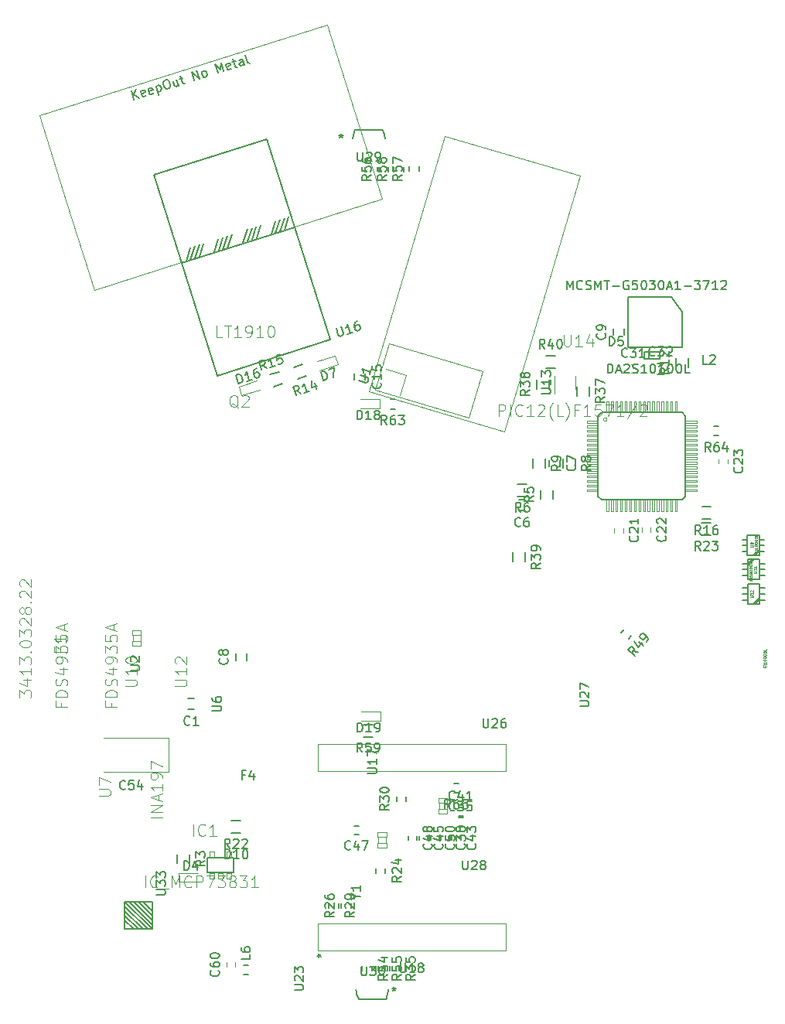
<source format=gbr>
G04 #@! TF.FileFunction,Legend,Top*
%FSLAX46Y46*%
G04 Gerber Fmt 4.6, Leading zero omitted, Abs format (unit mm)*
G04 Created by KiCad (PCBNEW 4.0.4-stable) date 02/27/17 15:23:41*
%MOMM*%
%LPD*%
G01*
G04 APERTURE LIST*
%ADD10C,0.100000*%
%ADD11C,0.127000*%
%ADD12C,0.150000*%
%ADD13C,0.066040*%
%ADD14C,0.152400*%
%ADD15C,0.076200*%
%ADD16C,0.120000*%
%ADD17C,0.101600*%
%ADD18C,0.060960*%
%ADD19C,0.088900*%
G04 APERTURE END LIST*
D10*
D11*
X190102300Y-105155500D02*
X190762700Y-104495100D01*
X190102300Y-105003100D02*
X190597600Y-104495100D01*
X191397700Y-106247700D02*
X191956500Y-106247700D01*
X191397700Y-104952300D02*
X191956500Y-104952300D01*
X190102300Y-105600000D02*
X189543500Y-105600000D01*
X190102300Y-106247700D02*
X189543500Y-106247700D01*
X190102300Y-104952300D02*
X189543500Y-104952300D01*
X191397700Y-105600000D02*
X191956500Y-105600000D01*
X191397700Y-104495100D02*
X191397700Y-106704900D01*
X191397700Y-106704900D02*
X190102300Y-106704900D01*
X190102300Y-106704900D02*
X190102300Y-104495100D01*
X190102300Y-104495100D02*
X191397700Y-104495100D01*
D10*
X140497818Y-68053953D02*
X150034987Y-65046895D01*
X150034987Y-65046895D02*
X144020871Y-45972556D01*
X144020871Y-45972556D02*
X112548212Y-55895848D01*
X118562328Y-74970187D02*
X115555270Y-65433017D01*
X115555270Y-65433017D02*
X112548212Y-55895848D01*
X128099498Y-71963129D02*
X118562328Y-74970187D01*
D12*
X132155778Y-69397643D02*
X131689820Y-70876191D01*
X132640266Y-69244884D02*
X132174308Y-70723432D01*
X133124755Y-69092126D02*
X132658797Y-70570674D01*
X133609243Y-68939367D02*
X133143285Y-70417915D01*
X136789159Y-67884317D02*
X136323201Y-69362865D01*
X136304671Y-68037076D02*
X135838713Y-69515624D01*
X135820183Y-68189834D02*
X135354225Y-69668382D01*
X135335695Y-68342593D02*
X134869737Y-69821141D01*
X138402624Y-67428020D02*
X137936666Y-68906568D01*
X138887112Y-67275261D02*
X138421154Y-68753809D01*
X139371601Y-67122503D02*
X138905643Y-68601051D01*
X139856089Y-66969744D02*
X139390131Y-68448292D01*
X128618809Y-71827701D02*
X129084767Y-70349153D01*
X129103297Y-71674942D02*
X129569255Y-70196394D01*
X129587785Y-71522184D02*
X130053743Y-70043636D01*
X130072274Y-71369425D02*
X130538232Y-69890877D01*
X128122051Y-72034657D02*
X140520371Y-68125482D01*
X132008673Y-84361449D02*
X125092440Y-62425959D01*
X125092440Y-62425959D02*
X137490760Y-58516784D01*
X137490760Y-58516784D02*
X144406993Y-80452274D01*
X144406993Y-80452274D02*
X132008673Y-84361449D01*
X139178547Y-85254077D02*
X138224830Y-85554783D01*
X137818877Y-84267265D02*
X138772594Y-83966559D01*
X183600000Y-82450000D02*
X183600000Y-83450000D01*
X182250000Y-83450000D02*
X182250000Y-82450000D01*
D13*
X172501560Y-89532460D02*
X173702980Y-89532460D01*
X173702980Y-89532460D02*
X173702980Y-89334340D01*
X172501560Y-89334340D02*
X173702980Y-89334340D01*
X172501560Y-89532460D02*
X172501560Y-89334340D01*
X172501560Y-90032840D02*
X173702980Y-90032840D01*
X173702980Y-90032840D02*
X173702980Y-89834720D01*
X172501560Y-89834720D02*
X173702980Y-89834720D01*
X172501560Y-90032840D02*
X172501560Y-89834720D01*
X172501560Y-90533220D02*
X173702980Y-90533220D01*
X173702980Y-90533220D02*
X173702980Y-90332560D01*
X172501560Y-90332560D02*
X173702980Y-90332560D01*
X172501560Y-90533220D02*
X172501560Y-90332560D01*
X172501560Y-91033600D02*
X173702980Y-91033600D01*
X173702980Y-91033600D02*
X173702980Y-90832940D01*
X172501560Y-90832940D02*
X173702980Y-90832940D01*
X172501560Y-91033600D02*
X172501560Y-90832940D01*
X172501560Y-91533980D02*
X173702980Y-91533980D01*
X173702980Y-91533980D02*
X173702980Y-91333320D01*
X172501560Y-91333320D02*
X173702980Y-91333320D01*
X172501560Y-91533980D02*
X172501560Y-91333320D01*
X172501560Y-92034360D02*
X173702980Y-92034360D01*
X173702980Y-92034360D02*
X173702980Y-91833700D01*
X172501560Y-91833700D02*
X173702980Y-91833700D01*
X172501560Y-92034360D02*
X172501560Y-91833700D01*
X172501560Y-92534740D02*
X173702980Y-92534740D01*
X173702980Y-92534740D02*
X173702980Y-92334080D01*
X172501560Y-92334080D02*
X173702980Y-92334080D01*
X172501560Y-92534740D02*
X172501560Y-92334080D01*
X172501560Y-93032580D02*
X173702980Y-93032580D01*
X173702980Y-93032580D02*
X173702980Y-92834460D01*
X172501560Y-92834460D02*
X173702980Y-92834460D01*
X172501560Y-93032580D02*
X172501560Y-92834460D01*
X172501560Y-93530420D02*
X173702980Y-93530420D01*
X173702980Y-93530420D02*
X173702980Y-93332300D01*
X172501560Y-93332300D02*
X173702980Y-93332300D01*
X172501560Y-93530420D02*
X172501560Y-93332300D01*
X172501560Y-94030800D02*
X173702980Y-94030800D01*
X173702980Y-94030800D02*
X173702980Y-93830140D01*
X172501560Y-93830140D02*
X173702980Y-93830140D01*
X172501560Y-94030800D02*
X172501560Y-93830140D01*
X172501560Y-94531180D02*
X173702980Y-94531180D01*
X173702980Y-94531180D02*
X173702980Y-94330520D01*
X172501560Y-94330520D02*
X173702980Y-94330520D01*
X172501560Y-94531180D02*
X172501560Y-94330520D01*
X172501560Y-95031560D02*
X173702980Y-95031560D01*
X173702980Y-95031560D02*
X173702980Y-94830900D01*
X172501560Y-94830900D02*
X173702980Y-94830900D01*
X172501560Y-95031560D02*
X172501560Y-94830900D01*
X172501560Y-95531940D02*
X173702980Y-95531940D01*
X173702980Y-95531940D02*
X173702980Y-95331280D01*
X172501560Y-95331280D02*
X173702980Y-95331280D01*
X172501560Y-95531940D02*
X172501560Y-95331280D01*
X172501560Y-96032320D02*
X173702980Y-96032320D01*
X173702980Y-96032320D02*
X173702980Y-95831660D01*
X172501560Y-95831660D02*
X173702980Y-95831660D01*
X172501560Y-96032320D02*
X172501560Y-95831660D01*
X172501560Y-96530160D02*
X173702980Y-96530160D01*
X173702980Y-96530160D02*
X173702980Y-96332040D01*
X172501560Y-96332040D02*
X173702980Y-96332040D01*
X172501560Y-96530160D02*
X172501560Y-96332040D01*
X172501560Y-97030540D02*
X173702980Y-97030540D01*
X173702980Y-97030540D02*
X173702980Y-96832420D01*
X172501560Y-96832420D02*
X173702980Y-96832420D01*
X172501560Y-97030540D02*
X172501560Y-96832420D01*
X174652940Y-99181920D02*
X174851060Y-99181920D01*
X174851060Y-99181920D02*
X174851060Y-97980500D01*
X174652940Y-97980500D02*
X174851060Y-97980500D01*
X174652940Y-99181920D02*
X174652940Y-97980500D01*
X175153320Y-99181920D02*
X175351440Y-99181920D01*
X175351440Y-99181920D02*
X175351440Y-97980500D01*
X175153320Y-97980500D02*
X175351440Y-97980500D01*
X175153320Y-99181920D02*
X175153320Y-97980500D01*
X175651160Y-99181920D02*
X175851820Y-99181920D01*
X175851820Y-99181920D02*
X175851820Y-97980500D01*
X175651160Y-97980500D02*
X175851820Y-97980500D01*
X175651160Y-99181920D02*
X175651160Y-97980500D01*
X176151540Y-99181920D02*
X176352200Y-99181920D01*
X176352200Y-99181920D02*
X176352200Y-97980500D01*
X176151540Y-97980500D02*
X176352200Y-97980500D01*
X176151540Y-99181920D02*
X176151540Y-97980500D01*
X176651920Y-99181920D02*
X176852580Y-99181920D01*
X176852580Y-99181920D02*
X176852580Y-97980500D01*
X176651920Y-97980500D02*
X176852580Y-97980500D01*
X176651920Y-99181920D02*
X176651920Y-97980500D01*
X177152300Y-99181920D02*
X177352960Y-99181920D01*
X177352960Y-99181920D02*
X177352960Y-97980500D01*
X177152300Y-97980500D02*
X177352960Y-97980500D01*
X177152300Y-99181920D02*
X177152300Y-97980500D01*
X177652680Y-99181920D02*
X177853340Y-99181920D01*
X177853340Y-99181920D02*
X177853340Y-97980500D01*
X177652680Y-97980500D02*
X177853340Y-97980500D01*
X177652680Y-99181920D02*
X177652680Y-97980500D01*
X178153060Y-99181920D02*
X178351180Y-99181920D01*
X178351180Y-99181920D02*
X178351180Y-97980500D01*
X178153060Y-97980500D02*
X178351180Y-97980500D01*
X178153060Y-99181920D02*
X178153060Y-97980500D01*
X178650900Y-99181920D02*
X178849020Y-99181920D01*
X178849020Y-99181920D02*
X178849020Y-97980500D01*
X178650900Y-97980500D02*
X178849020Y-97980500D01*
X178650900Y-99181920D02*
X178650900Y-97980500D01*
X179148740Y-99181920D02*
X179349400Y-99181920D01*
X179349400Y-99181920D02*
X179349400Y-97980500D01*
X179148740Y-97980500D02*
X179349400Y-97980500D01*
X179148740Y-99181920D02*
X179148740Y-97980500D01*
X179649120Y-99181920D02*
X179849780Y-99181920D01*
X179849780Y-99181920D02*
X179849780Y-97980500D01*
X179649120Y-97980500D02*
X179849780Y-97980500D01*
X179649120Y-99181920D02*
X179649120Y-97980500D01*
X180149500Y-99181920D02*
X180350160Y-99181920D01*
X180350160Y-99181920D02*
X180350160Y-97980500D01*
X180149500Y-97980500D02*
X180350160Y-97980500D01*
X180149500Y-99181920D02*
X180149500Y-97980500D01*
X180649880Y-99181920D02*
X180850540Y-99181920D01*
X180850540Y-99181920D02*
X180850540Y-97980500D01*
X180649880Y-97980500D02*
X180850540Y-97980500D01*
X180649880Y-99181920D02*
X180649880Y-97980500D01*
X181150260Y-99181920D02*
X181350920Y-99181920D01*
X181350920Y-99181920D02*
X181350920Y-97980500D01*
X181150260Y-97980500D02*
X181350920Y-97980500D01*
X181150260Y-99181920D02*
X181150260Y-97980500D01*
X181650640Y-99181920D02*
X181848760Y-99181920D01*
X181848760Y-99181920D02*
X181848760Y-97980500D01*
X181650640Y-97980500D02*
X181848760Y-97980500D01*
X181650640Y-99181920D02*
X181650640Y-97980500D01*
X182151020Y-99181920D02*
X182349140Y-99181920D01*
X182349140Y-99181920D02*
X182349140Y-97980500D01*
X182151020Y-97980500D02*
X182349140Y-97980500D01*
X182151020Y-99181920D02*
X182151020Y-97980500D01*
X183299100Y-97030540D02*
X184500520Y-97030540D01*
X184500520Y-97030540D02*
X184500520Y-96832420D01*
X183299100Y-96832420D02*
X184500520Y-96832420D01*
X183299100Y-97030540D02*
X183299100Y-96832420D01*
X183299100Y-96530160D02*
X184500520Y-96530160D01*
X184500520Y-96530160D02*
X184500520Y-96332040D01*
X183299100Y-96332040D02*
X184500520Y-96332040D01*
X183299100Y-96530160D02*
X183299100Y-96332040D01*
X183299100Y-96032320D02*
X184500520Y-96032320D01*
X184500520Y-96032320D02*
X184500520Y-95831660D01*
X183299100Y-95831660D02*
X184500520Y-95831660D01*
X183299100Y-96032320D02*
X183299100Y-95831660D01*
X183299100Y-95531940D02*
X184500520Y-95531940D01*
X184500520Y-95531940D02*
X184500520Y-95331280D01*
X183299100Y-95331280D02*
X184500520Y-95331280D01*
X183299100Y-95531940D02*
X183299100Y-95331280D01*
X183299100Y-95031560D02*
X184500520Y-95031560D01*
X184500520Y-95031560D02*
X184500520Y-94830900D01*
X183299100Y-94830900D02*
X184500520Y-94830900D01*
X183299100Y-95031560D02*
X183299100Y-94830900D01*
X183299100Y-94531180D02*
X184500520Y-94531180D01*
X184500520Y-94531180D02*
X184500520Y-94330520D01*
X183299100Y-94330520D02*
X184500520Y-94330520D01*
X183299100Y-94531180D02*
X183299100Y-94330520D01*
X183299100Y-94030800D02*
X184500520Y-94030800D01*
X184500520Y-94030800D02*
X184500520Y-93830140D01*
X183299100Y-93830140D02*
X184500520Y-93830140D01*
X183299100Y-94030800D02*
X183299100Y-93830140D01*
X183299100Y-93530420D02*
X184500520Y-93530420D01*
X184500520Y-93530420D02*
X184500520Y-93332300D01*
X183299100Y-93332300D02*
X184500520Y-93332300D01*
X183299100Y-93530420D02*
X183299100Y-93332300D01*
X183299100Y-93032580D02*
X184500520Y-93032580D01*
X184500520Y-93032580D02*
X184500520Y-92834460D01*
X183299100Y-92834460D02*
X184500520Y-92834460D01*
X183299100Y-93032580D02*
X183299100Y-92834460D01*
X183299100Y-92534740D02*
X184500520Y-92534740D01*
X184500520Y-92534740D02*
X184500520Y-92334080D01*
X183299100Y-92334080D02*
X184500520Y-92334080D01*
X183299100Y-92534740D02*
X183299100Y-92334080D01*
X183299100Y-92034360D02*
X184500520Y-92034360D01*
X184500520Y-92034360D02*
X184500520Y-91833700D01*
X183299100Y-91833700D02*
X184500520Y-91833700D01*
X183299100Y-92034360D02*
X183299100Y-91833700D01*
X183299100Y-91533980D02*
X184500520Y-91533980D01*
X184500520Y-91533980D02*
X184500520Y-91333320D01*
X183299100Y-91333320D02*
X184500520Y-91333320D01*
X183299100Y-91533980D02*
X183299100Y-91333320D01*
X183299100Y-91033600D02*
X184500520Y-91033600D01*
X184500520Y-91033600D02*
X184500520Y-90832940D01*
X183299100Y-90832940D02*
X184500520Y-90832940D01*
X183299100Y-91033600D02*
X183299100Y-90832940D01*
X183299100Y-90533220D02*
X184500520Y-90533220D01*
X184500520Y-90533220D02*
X184500520Y-90332560D01*
X183299100Y-90332560D02*
X184500520Y-90332560D01*
X183299100Y-90533220D02*
X183299100Y-90332560D01*
X183299100Y-90032840D02*
X184500520Y-90032840D01*
X184500520Y-90032840D02*
X184500520Y-89834720D01*
X183299100Y-89834720D02*
X184500520Y-89834720D01*
X183299100Y-90032840D02*
X183299100Y-89834720D01*
X183299100Y-89532460D02*
X184500520Y-89532460D01*
X184500520Y-89532460D02*
X184500520Y-89334340D01*
X183299100Y-89334340D02*
X184500520Y-89334340D01*
X183299100Y-89532460D02*
X183299100Y-89334340D01*
X182151020Y-88384380D02*
X182349140Y-88384380D01*
X182349140Y-88384380D02*
X182349140Y-87182960D01*
X182151020Y-87182960D02*
X182349140Y-87182960D01*
X182151020Y-88384380D02*
X182151020Y-87182960D01*
X181650640Y-88384380D02*
X181848760Y-88384380D01*
X181848760Y-88384380D02*
X181848760Y-87182960D01*
X181650640Y-87182960D02*
X181848760Y-87182960D01*
X181650640Y-88384380D02*
X181650640Y-87182960D01*
X181150260Y-88384380D02*
X181350920Y-88384380D01*
X181350920Y-88384380D02*
X181350920Y-87182960D01*
X181150260Y-87182960D02*
X181350920Y-87182960D01*
X181150260Y-88384380D02*
X181150260Y-87182960D01*
X180649880Y-88384380D02*
X180850540Y-88384380D01*
X180850540Y-88384380D02*
X180850540Y-87182960D01*
X180649880Y-87182960D02*
X180850540Y-87182960D01*
X180649880Y-88384380D02*
X180649880Y-87182960D01*
X180149500Y-88384380D02*
X180350160Y-88384380D01*
X180350160Y-88384380D02*
X180350160Y-87182960D01*
X180149500Y-87182960D02*
X180350160Y-87182960D01*
X180149500Y-88384380D02*
X180149500Y-87182960D01*
X179649120Y-88384380D02*
X179849780Y-88384380D01*
X179849780Y-88384380D02*
X179849780Y-87182960D01*
X179649120Y-87182960D02*
X179849780Y-87182960D01*
X179649120Y-88384380D02*
X179649120Y-87182960D01*
X179148740Y-88384380D02*
X179349400Y-88384380D01*
X179349400Y-88384380D02*
X179349400Y-87182960D01*
X179148740Y-87182960D02*
X179349400Y-87182960D01*
X179148740Y-88384380D02*
X179148740Y-87182960D01*
X178650900Y-88384380D02*
X178849020Y-88384380D01*
X178849020Y-88384380D02*
X178849020Y-87182960D01*
X178650900Y-87182960D02*
X178849020Y-87182960D01*
X178650900Y-88384380D02*
X178650900Y-87182960D01*
X178153060Y-88384380D02*
X178351180Y-88384380D01*
X178351180Y-88384380D02*
X178351180Y-87182960D01*
X178153060Y-87182960D02*
X178351180Y-87182960D01*
X178153060Y-88384380D02*
X178153060Y-87182960D01*
X177652680Y-88384380D02*
X177853340Y-88384380D01*
X177853340Y-88384380D02*
X177853340Y-87182960D01*
X177652680Y-87182960D02*
X177853340Y-87182960D01*
X177652680Y-88384380D02*
X177652680Y-87182960D01*
X177152300Y-88384380D02*
X177352960Y-88384380D01*
X177352960Y-88384380D02*
X177352960Y-87182960D01*
X177152300Y-87182960D02*
X177352960Y-87182960D01*
X177152300Y-88384380D02*
X177152300Y-87182960D01*
X176651920Y-88384380D02*
X176852580Y-88384380D01*
X176852580Y-88384380D02*
X176852580Y-87182960D01*
X176651920Y-87182960D02*
X176852580Y-87182960D01*
X176651920Y-88384380D02*
X176651920Y-87182960D01*
X176151540Y-88384380D02*
X176352200Y-88384380D01*
X176352200Y-88384380D02*
X176352200Y-87182960D01*
X176151540Y-87182960D02*
X176352200Y-87182960D01*
X176151540Y-88384380D02*
X176151540Y-87182960D01*
X175651160Y-88384380D02*
X175851820Y-88384380D01*
X175851820Y-88384380D02*
X175851820Y-87182960D01*
X175651160Y-87182960D02*
X175851820Y-87182960D01*
X175651160Y-88384380D02*
X175651160Y-87182960D01*
X175153320Y-88384380D02*
X175351440Y-88384380D01*
X175351440Y-88384380D02*
X175351440Y-87182960D01*
X175153320Y-87182960D02*
X175351440Y-87182960D01*
X175153320Y-88384380D02*
X175153320Y-87182960D01*
X174652940Y-88384380D02*
X174851060Y-88384380D01*
X174851060Y-88384380D02*
X174851060Y-87182960D01*
X174652940Y-87182960D02*
X174851060Y-87182960D01*
X174652940Y-88384380D02*
X174652940Y-87182960D01*
D14*
X173702980Y-88783160D02*
X174101760Y-88384380D01*
X174101760Y-88384380D02*
X182900320Y-88384380D01*
X182900320Y-88384380D02*
X183299100Y-88783160D01*
X183299100Y-88783160D02*
X183299100Y-97581720D01*
X183299100Y-97581720D02*
X182900320Y-97980500D01*
X182900320Y-97980500D02*
X174101760Y-97980500D01*
X174101760Y-97980500D02*
X173702980Y-97581720D01*
X173702980Y-97581720D02*
X173702980Y-88783160D01*
D15*
X174700646Y-89184480D02*
G75*
G03X174700646Y-89184480I-197566J0D01*
G01*
D12*
X169025000Y-83525000D02*
X168025000Y-83525000D01*
X168025000Y-82175000D02*
X169025000Y-82175000D01*
X150450000Y-138800000D02*
X150450000Y-138300000D01*
X149400000Y-138300000D02*
X149400000Y-138800000D01*
X147000000Y-134625000D02*
X147500000Y-134625000D01*
X147500000Y-133675000D02*
X147000000Y-133675000D01*
X153067600Y-61490900D02*
X153067600Y-61990900D01*
X154117600Y-61990900D02*
X154117600Y-61490900D01*
X129534400Y-120894400D02*
X128834400Y-120894400D01*
X128834400Y-119694400D02*
X129534400Y-119694400D01*
X165742800Y-99152000D02*
X165042800Y-99152000D01*
X165042800Y-97952000D02*
X165742800Y-97952000D01*
X169521000Y-93633400D02*
X169521000Y-94333400D01*
X168321000Y-94333400D02*
X168321000Y-93633400D01*
X134070800Y-115525600D02*
X134070800Y-114825600D01*
X135270800Y-114825600D02*
X135270800Y-115525600D01*
D16*
X127826080Y-138808840D02*
X127826080Y-139808840D01*
X127826080Y-139808840D02*
X129926080Y-139808840D01*
X127826080Y-138808840D02*
X129926080Y-138808840D01*
D12*
X127645800Y-137781920D02*
X127645800Y-136781920D01*
X128995800Y-136781920D02*
X128995800Y-137781920D01*
X168772200Y-96895600D02*
X168772200Y-97895600D01*
X167422200Y-97895600D02*
X167422200Y-96895600D01*
X164916800Y-96251400D02*
X165916800Y-96251400D01*
X165916800Y-97601400D02*
X164916800Y-97601400D01*
X169875000Y-94475000D02*
X169875000Y-93475000D01*
X171225000Y-93475000D02*
X171225000Y-94475000D01*
X166620400Y-94471400D02*
X166620400Y-93471400D01*
X167970400Y-93471400D02*
X167970400Y-94471400D01*
X133569520Y-133076320D02*
X134569520Y-133076320D01*
X134569520Y-134426320D02*
X133569520Y-134426320D01*
X171425000Y-86575000D02*
X171425000Y-85575000D01*
X172775000Y-85575000D02*
X172775000Y-86575000D01*
X168350000Y-84800000D02*
X168350000Y-85800000D01*
X167000000Y-85800000D02*
X167000000Y-84800000D01*
X164374200Y-104741600D02*
X164374200Y-103741600D01*
X165724200Y-103741600D02*
X165724200Y-104741600D01*
D13*
X131180840Y-139473940D02*
X131681220Y-139473940D01*
X131681220Y-139473940D02*
X131681220Y-138823700D01*
X131180840Y-138823700D02*
X131681220Y-138823700D01*
X131180840Y-139473940D02*
X131180840Y-138823700D01*
X132130800Y-139473940D02*
X132628640Y-139473940D01*
X132628640Y-139473940D02*
X132628640Y-138823700D01*
X132130800Y-138823700D02*
X132628640Y-138823700D01*
X132130800Y-139473940D02*
X132130800Y-138823700D01*
X133078220Y-139473940D02*
X133578600Y-139473940D01*
X133578600Y-139473940D02*
X133578600Y-138823700D01*
X133078220Y-138823700D02*
X133578600Y-138823700D01*
X133078220Y-139473940D02*
X133078220Y-138823700D01*
X133078220Y-137126980D02*
X133578600Y-137126980D01*
X133578600Y-137126980D02*
X133578600Y-136476740D01*
X133078220Y-136476740D02*
X133578600Y-136476740D01*
X133078220Y-137126980D02*
X133078220Y-136476740D01*
X131180840Y-137126980D02*
X131681220Y-137126980D01*
X131681220Y-137126980D02*
X131681220Y-136476740D01*
X131180840Y-136476740D02*
X131681220Y-136476740D01*
X131180840Y-137126980D02*
X131180840Y-136476740D01*
D14*
X133799580Y-137167620D02*
X133799580Y-138783060D01*
X133799580Y-138783060D02*
X130959860Y-138783060D01*
X130959860Y-138783060D02*
X130959860Y-137167620D01*
X130959860Y-137167620D02*
X133799580Y-137167620D01*
X131859020Y-137167620D02*
X132900420Y-137167620D01*
X131953000Y-138783060D02*
X131859020Y-138783060D01*
X132900420Y-138783060D02*
X132806440Y-138783060D01*
X131053840Y-138783060D02*
X130959860Y-138783060D01*
X133799580Y-138783060D02*
X133705600Y-138783060D01*
X133705600Y-137167620D02*
X133799580Y-137167620D01*
X130959860Y-137167620D02*
X131053840Y-137167620D01*
D16*
X168915000Y-84425000D02*
X168915000Y-86325000D01*
X171235000Y-85825000D02*
X171235000Y-84425000D01*
D12*
X179292400Y-82535980D02*
X179292400Y-81735980D01*
X180492400Y-81735980D02*
X180492400Y-82535980D01*
X180492400Y-82535980D02*
X178792400Y-82535980D01*
X178792400Y-82535980D02*
X178792400Y-81735980D01*
X178792400Y-81735980D02*
X180492400Y-81735980D01*
D11*
X191361300Y-103415300D02*
X190700900Y-104075700D01*
X191361300Y-103567700D02*
X190866000Y-104075700D01*
X190065900Y-102323100D02*
X189507100Y-102323100D01*
X190065900Y-103618500D02*
X189507100Y-103618500D01*
X191361300Y-102970800D02*
X191920100Y-102970800D01*
X191361300Y-102323100D02*
X191920100Y-102323100D01*
X191361300Y-103618500D02*
X191920100Y-103618500D01*
X190065900Y-102970800D02*
X189507100Y-102970800D01*
X190065900Y-104075700D02*
X190065900Y-101865900D01*
X190065900Y-101865900D02*
X191361300Y-101865900D01*
X191361300Y-101865900D02*
X191361300Y-104075700D01*
X191361300Y-104075700D02*
X190065900Y-104075700D01*
D12*
X175406760Y-79943440D02*
X175406760Y-79243440D01*
X176606760Y-79243440D02*
X176606760Y-79943440D01*
X148225000Y-84150000D02*
X148225000Y-84850000D01*
X147025000Y-84850000D02*
X147025000Y-84150000D01*
X180225000Y-83067600D02*
X180925000Y-83067600D01*
X180925000Y-84267600D02*
X180225000Y-84267600D01*
D16*
X145229411Y-83155906D02*
X144928705Y-82202189D01*
X144928705Y-82202189D02*
X142925900Y-82833671D01*
X145229411Y-83155906D02*
X143226605Y-83787388D01*
X134371841Y-85562859D02*
X134672547Y-86516576D01*
X134672547Y-86516576D02*
X136675352Y-85885094D01*
X134371841Y-85562859D02*
X136374647Y-84931377D01*
D12*
X182954280Y-81305440D02*
X182954280Y-77405440D01*
X182954280Y-77405440D02*
X181704280Y-75805440D01*
X177004280Y-75805440D02*
X177004280Y-81305440D01*
X177004280Y-81305440D02*
X182954280Y-81305440D01*
X181704280Y-75805440D02*
X177004280Y-75805440D01*
X140413077Y-83450523D02*
X141366794Y-83149817D01*
X141772747Y-84437335D02*
X140819030Y-84738041D01*
X185084400Y-98740600D02*
X186084400Y-98740600D01*
X186084400Y-100090600D02*
X185084400Y-100090600D01*
X185072400Y-100467800D02*
X186072400Y-100467800D01*
X186072400Y-101817800D02*
X185072400Y-101817800D01*
D13*
X157218300Y-131131800D02*
X157218300Y-130633960D01*
X157218300Y-130633960D02*
X156268340Y-130633960D01*
X156268340Y-131131800D02*
X156268340Y-130633960D01*
X157218300Y-131131800D02*
X156268340Y-131131800D01*
X157218300Y-132300200D02*
X157218300Y-131799820D01*
X157218300Y-131799820D02*
X156268340Y-131799820D01*
X156268340Y-132300200D02*
X156268340Y-131799820D01*
X157218300Y-132300200D02*
X156268340Y-132300200D01*
D17*
X156316600Y-131817600D02*
X156316600Y-131106400D01*
X157164960Y-131817600D02*
X157164960Y-131106400D01*
D13*
X149605100Y-135506840D02*
X149605100Y-136004680D01*
X149605100Y-136004680D02*
X150555060Y-136004680D01*
X150555060Y-135506840D02*
X150555060Y-136004680D01*
X149605100Y-135506840D02*
X150555060Y-135506840D01*
X149605100Y-134338440D02*
X149605100Y-134838820D01*
X149605100Y-134838820D02*
X150555060Y-134838820D01*
X150555060Y-134338440D02*
X150555060Y-134838820D01*
X149605100Y-134338440D02*
X150555060Y-134338440D01*
D17*
X150506800Y-134821040D02*
X150506800Y-135532240D01*
X149658440Y-134821040D02*
X149658440Y-135532240D01*
D12*
X177041022Y-113202655D02*
X177362416Y-112819632D01*
X176558070Y-112144705D02*
X176236676Y-112527728D01*
D16*
X149839200Y-87977600D02*
X149839200Y-86977600D01*
X149839200Y-86977600D02*
X147739200Y-86977600D01*
X149839200Y-87977600D02*
X147739200Y-87977600D01*
D11*
X191397700Y-108719500D02*
X190737300Y-109379900D01*
X191397700Y-108871900D02*
X190902400Y-109379900D01*
X190102300Y-107627300D02*
X189543500Y-107627300D01*
X190102300Y-108922700D02*
X189543500Y-108922700D01*
X191397700Y-108275000D02*
X191956500Y-108275000D01*
X191397700Y-107627300D02*
X191956500Y-107627300D01*
X191397700Y-108922700D02*
X191956500Y-108922700D01*
X190102300Y-108275000D02*
X189543500Y-108275000D01*
X190102300Y-109379900D02*
X190102300Y-107170100D01*
X190102300Y-107170100D02*
X191397700Y-107170100D01*
X191397700Y-107170100D02*
X191397700Y-109379900D01*
X191397700Y-109379900D02*
X190102300Y-109379900D01*
D16*
X149875000Y-122175000D02*
X149875000Y-121175000D01*
X149875000Y-121175000D02*
X147775000Y-121175000D01*
X149875000Y-122175000D02*
X147775000Y-122175000D01*
D12*
X148050000Y-122550000D02*
X149050000Y-122550000D01*
X149050000Y-123900000D02*
X148050000Y-123900000D01*
D10*
X163619200Y-147315200D02*
X143019200Y-147315200D01*
X143019200Y-147315200D02*
X143019200Y-144375200D01*
X143019200Y-144375200D02*
X163619200Y-144375200D01*
X163619200Y-144375200D02*
X163619200Y-147315200D01*
D16*
X133027400Y-148602800D02*
X133027400Y-149102800D01*
X133977400Y-149102800D02*
X133977400Y-148602800D01*
D12*
X135428800Y-148877800D02*
X134928800Y-148877800D01*
X134928800Y-149927800D02*
X135428800Y-149927800D01*
X124900000Y-142975000D02*
X123900000Y-141975000D01*
X124900000Y-143475000D02*
X124900000Y-142975000D01*
X123400000Y-141975000D02*
X124900000Y-143475000D01*
X122900000Y-141975000D02*
X123400000Y-141975000D01*
X124900000Y-143975000D02*
X122900000Y-141975000D01*
X124900000Y-144475000D02*
X124900000Y-143975000D01*
X122400000Y-141975000D02*
X124900000Y-144475000D01*
X122900000Y-144975000D02*
X121900000Y-143975000D01*
X123400000Y-144975000D02*
X122900000Y-144975000D01*
X121900000Y-143475000D02*
X123400000Y-144975000D01*
X121900000Y-142975000D02*
X121900000Y-143475000D01*
X123900000Y-144975000D02*
X121900000Y-142975000D01*
X124400000Y-144975000D02*
X123900000Y-144975000D01*
X121900000Y-142475000D02*
X124400000Y-144975000D01*
X121900000Y-141975000D02*
X121900000Y-142475000D01*
X124900000Y-144975000D02*
X121900000Y-141975000D01*
X124900000Y-144975000D02*
X121900000Y-144975000D01*
X124900000Y-141975000D02*
X124900000Y-144975000D01*
X121900000Y-141975000D02*
X124900000Y-141975000D01*
X121900000Y-144975000D02*
X121900000Y-141975000D01*
X147222224Y-151600000D02*
G75*
G03X147525000Y-152600000I1802776J0D01*
G01*
X150537461Y-152606230D02*
G75*
G03X150775000Y-151600000I-2012461J1006230D01*
G01*
X147525000Y-152600000D02*
X150525000Y-152600000D01*
X150537461Y-152606230D02*
G75*
G03X150775000Y-151600000I-2012461J1006230D01*
G01*
X150402776Y-58450000D02*
G75*
G03X150100000Y-57450000I-1802776J0D01*
G01*
X147087539Y-57443770D02*
G75*
G03X146850000Y-58450000I2012461J-1006230D01*
G01*
X150100000Y-57450000D02*
X147100000Y-57450000D01*
X147087539Y-57443770D02*
G75*
G03X146850000Y-58450000I2012461J-1006230D01*
G01*
D10*
X143012142Y-124740000D02*
X163612142Y-124740000D01*
X163612142Y-124740000D02*
X163612142Y-127680000D01*
X163612142Y-127680000D02*
X143012142Y-127680000D01*
X143012142Y-127680000D02*
X143012142Y-124740000D01*
D16*
X126700000Y-127725000D02*
X119600000Y-127725000D01*
X126700000Y-124025000D02*
X119600000Y-124025000D01*
X126700000Y-127725000D02*
X126700000Y-124025000D01*
D12*
X151950000Y-149525000D02*
X151950000Y-149025000D01*
X150900000Y-149025000D02*
X150900000Y-149525000D01*
X148950000Y-149525000D02*
X148950000Y-149025000D01*
X147900000Y-149025000D02*
X147900000Y-149525000D01*
X150450000Y-149525000D02*
X150450000Y-149025000D01*
X149400000Y-149025000D02*
X149400000Y-149525000D01*
X149692600Y-61515900D02*
X149692600Y-62015900D01*
X150742600Y-62015900D02*
X150742600Y-61515900D01*
X151367600Y-61515900D02*
X151367600Y-62015900D01*
X152417600Y-62015900D02*
X152417600Y-61515900D01*
X150974400Y-88002600D02*
X151474400Y-88002600D01*
X151474400Y-86952600D02*
X150974400Y-86952600D01*
D16*
X179494200Y-101494400D02*
X179494200Y-100994400D01*
X178544200Y-100994400D02*
X178544200Y-101494400D01*
X187891440Y-94007660D02*
X187891440Y-93507660D01*
X186941440Y-93507660D02*
X186941440Y-94007660D01*
X177799720Y-83144340D02*
X177299720Y-83144340D01*
X177299720Y-84094340D02*
X177799720Y-84094340D01*
X176457540Y-101545200D02*
X176457540Y-101045200D01*
X175507540Y-101045200D02*
X175507540Y-101545200D01*
D12*
X145626964Y-142152200D02*
X145626964Y-142652200D01*
X146676964Y-142652200D02*
X146676964Y-142152200D01*
X145306564Y-142650000D02*
X145306564Y-142150000D01*
X144256564Y-142150000D02*
X144256564Y-142650000D01*
X151650000Y-130450000D02*
X151650000Y-130950000D01*
X152700000Y-130950000D02*
X152700000Y-130450000D01*
D13*
X123694900Y-112768160D02*
X123694900Y-112270320D01*
X123694900Y-112270320D02*
X122744940Y-112270320D01*
X122744940Y-112768160D02*
X122744940Y-112270320D01*
X123694900Y-112768160D02*
X122744940Y-112768160D01*
X123694900Y-113936560D02*
X123694900Y-113436180D01*
X123694900Y-113436180D02*
X122744940Y-113436180D01*
X122744940Y-113936560D02*
X122744940Y-113436180D01*
X123694900Y-113936560D02*
X122744940Y-113936560D01*
D17*
X122793200Y-113453960D02*
X122793200Y-112742760D01*
X123641560Y-113453960D02*
X123641560Y-112742760D01*
D12*
X186425000Y-90949000D02*
X186925000Y-90949000D01*
X186925000Y-89899000D02*
X186425000Y-89899000D01*
X157934000Y-130065000D02*
X158434000Y-130065000D01*
X158434000Y-129015000D02*
X157934000Y-129015000D01*
X158923400Y-132762000D02*
X158423400Y-132762000D01*
X158423400Y-133712000D02*
X158923400Y-133712000D01*
X157498400Y-135237000D02*
X157498400Y-134737000D01*
X156548400Y-134737000D02*
X156548400Y-135237000D01*
X158923400Y-131612000D02*
X158423400Y-131612000D01*
X158423400Y-132562000D02*
X158923400Y-132562000D01*
X158673400Y-135237000D02*
X158673400Y-134737000D01*
X157723400Y-134737000D02*
X157723400Y-135237000D01*
X155073400Y-135237000D02*
X155073400Y-134737000D01*
X154123400Y-134737000D02*
X154123400Y-135237000D01*
X153898400Y-135237000D02*
X153898400Y-134737000D01*
X152948400Y-134737000D02*
X152948400Y-135237000D01*
X156323400Y-135237000D02*
X156323400Y-134737000D01*
X155373400Y-134737000D02*
X155373400Y-135237000D01*
D16*
X149300858Y-85963265D02*
X150815796Y-80848920D01*
X150815796Y-80848920D02*
X161044485Y-83878796D01*
X161044485Y-83878796D02*
X159529547Y-88993140D01*
X159529547Y-88993140D02*
X159529547Y-88993140D01*
X150509338Y-83672142D02*
X152701200Y-84321401D01*
X152701200Y-84321401D02*
X152051940Y-86513263D01*
X152051940Y-86513263D02*
X152051940Y-86513263D01*
X148654853Y-86116082D02*
X156948101Y-58118546D01*
X156948101Y-58118546D02*
X171761866Y-62506583D01*
X171761866Y-62506583D02*
X163468618Y-90504119D01*
X163468618Y-90504119D02*
X148654853Y-86116082D01*
X148654853Y-86116082D02*
X148654853Y-86116082D01*
X159529547Y-88993140D02*
X149300858Y-85963265D01*
X149300858Y-85963265D02*
X149300858Y-85963265D01*
D18*
X190786528Y-105971082D02*
X191029158Y-105971082D01*
X191057703Y-105956810D01*
X191071975Y-105942537D01*
X191086248Y-105913993D01*
X191086248Y-105856903D01*
X191071975Y-105828358D01*
X191057703Y-105814086D01*
X191029158Y-105799814D01*
X190786528Y-105799814D01*
X190786528Y-105685635D02*
X190786528Y-105500094D01*
X190900707Y-105600001D01*
X190900707Y-105557183D01*
X190914979Y-105528639D01*
X190929251Y-105514366D01*
X190957796Y-105500094D01*
X191029158Y-105500094D01*
X191057703Y-105514366D01*
X191071975Y-105528639D01*
X191086248Y-105557183D01*
X191086248Y-105642818D01*
X191071975Y-105671362D01*
X191057703Y-105685635D01*
X191086248Y-105214646D02*
X191086248Y-105385914D01*
X191086248Y-105300280D02*
X190786528Y-105300280D01*
X190829345Y-105328825D01*
X190857890Y-105357370D01*
X190872162Y-105385914D01*
X190571595Y-106799727D02*
X190585868Y-106756910D01*
X190585868Y-106685548D01*
X190571595Y-106657004D01*
X190557323Y-106642731D01*
X190528778Y-106628459D01*
X190500233Y-106628459D01*
X190471689Y-106642731D01*
X190457416Y-106657004D01*
X190443144Y-106685548D01*
X190428871Y-106742638D01*
X190414599Y-106771183D01*
X190400327Y-106785455D01*
X190371782Y-106799727D01*
X190343237Y-106799727D01*
X190314692Y-106785455D01*
X190300420Y-106771183D01*
X190286148Y-106742638D01*
X190286148Y-106671276D01*
X190300420Y-106628459D01*
X190585868Y-106500007D02*
X190386054Y-106500007D01*
X190286148Y-106500007D02*
X190300420Y-106514279D01*
X190314692Y-106500007D01*
X190300420Y-106485735D01*
X190286148Y-106500007D01*
X190314692Y-106500007D01*
X190585868Y-106200287D02*
X190585868Y-106371555D01*
X190585868Y-106285921D02*
X190286148Y-106285921D01*
X190328965Y-106314466D01*
X190357510Y-106343011D01*
X190371782Y-106371555D01*
X190585868Y-106057563D02*
X190585868Y-106000473D01*
X190571595Y-105971928D01*
X190557323Y-105957656D01*
X190514506Y-105929111D01*
X190457416Y-105914839D01*
X190343237Y-105914839D01*
X190314692Y-105929111D01*
X190300420Y-105943384D01*
X190286148Y-105971928D01*
X190286148Y-106029018D01*
X190300420Y-106057563D01*
X190314692Y-106071835D01*
X190343237Y-106086107D01*
X190414599Y-106086107D01*
X190443144Y-106071835D01*
X190457416Y-106057563D01*
X190471689Y-106029018D01*
X190471689Y-105971928D01*
X190457416Y-105943384D01*
X190443144Y-105929111D01*
X190414599Y-105914839D01*
X190286148Y-105729298D02*
X190286148Y-105700753D01*
X190300420Y-105672208D01*
X190314692Y-105657936D01*
X190343237Y-105643663D01*
X190400327Y-105629391D01*
X190471689Y-105629391D01*
X190528778Y-105643663D01*
X190557323Y-105657936D01*
X190571595Y-105672208D01*
X190585868Y-105700753D01*
X190585868Y-105729298D01*
X190571595Y-105757842D01*
X190557323Y-105772115D01*
X190528778Y-105786387D01*
X190471689Y-105800659D01*
X190400327Y-105800659D01*
X190343237Y-105786387D01*
X190314692Y-105772115D01*
X190300420Y-105757842D01*
X190286148Y-105729298D01*
X190286148Y-105443850D02*
X190286148Y-105415305D01*
X190300420Y-105386760D01*
X190314692Y-105372488D01*
X190343237Y-105358215D01*
X190400327Y-105343943D01*
X190471689Y-105343943D01*
X190528778Y-105358215D01*
X190557323Y-105372488D01*
X190571595Y-105386760D01*
X190585868Y-105415305D01*
X190585868Y-105443850D01*
X190571595Y-105472394D01*
X190557323Y-105486667D01*
X190528778Y-105500939D01*
X190471689Y-105515211D01*
X190400327Y-105515211D01*
X190343237Y-105500939D01*
X190314692Y-105486667D01*
X190300420Y-105472394D01*
X190286148Y-105443850D01*
X190585868Y-105215491D02*
X190286148Y-105215491D01*
X190286148Y-105144129D01*
X190300420Y-105101312D01*
X190328965Y-105072767D01*
X190357510Y-105058495D01*
X190414599Y-105044223D01*
X190457416Y-105044223D01*
X190514506Y-105058495D01*
X190543050Y-105072767D01*
X190571595Y-105101312D01*
X190585868Y-105144129D01*
X190585868Y-105215491D01*
X190585868Y-104773047D02*
X190585868Y-104915771D01*
X190286148Y-104915771D01*
D12*
X145045097Y-79144233D02*
X145288525Y-79916290D01*
X145362579Y-79992800D01*
X145422313Y-80023896D01*
X145527463Y-80040673D01*
X145709124Y-79983395D01*
X145785635Y-79909341D01*
X145816730Y-79849607D01*
X145833507Y-79744458D01*
X145590078Y-78972401D01*
X146844501Y-79625412D02*
X146299519Y-79797244D01*
X146572010Y-79711328D02*
X146271304Y-78757611D01*
X146223432Y-78922495D01*
X146161240Y-79041964D01*
X146084729Y-79116017D01*
X147361267Y-78413947D02*
X147179606Y-78471225D01*
X147103095Y-78545278D01*
X147071999Y-78605013D01*
X147024127Y-78769896D01*
X147035989Y-78965876D01*
X147150544Y-79329197D01*
X147224598Y-79405708D01*
X147284332Y-79436804D01*
X147389481Y-79453580D01*
X147571143Y-79396303D01*
X147647653Y-79322249D01*
X147678749Y-79262515D01*
X147695526Y-79157365D01*
X147623929Y-78930290D01*
X147549875Y-78853778D01*
X147490141Y-78822683D01*
X147384991Y-78805906D01*
X147203330Y-78863184D01*
X147126819Y-78937237D01*
X147095724Y-78996972D01*
X147078947Y-79102122D01*
X122930855Y-54145077D02*
X122630150Y-53191360D01*
X123475837Y-53973245D02*
X122895269Y-53557137D01*
X123175131Y-53019528D02*
X122801982Y-53736341D01*
X124233574Y-53684401D02*
X124157064Y-53758455D01*
X123975402Y-53815732D01*
X123870253Y-53798956D01*
X123796199Y-53722445D01*
X123681645Y-53359124D01*
X123698421Y-53253974D01*
X123774932Y-53179921D01*
X123956593Y-53122643D01*
X124061742Y-53139419D01*
X124135796Y-53215930D01*
X124164435Y-53306761D01*
X123738922Y-53540785D01*
X125051046Y-53426653D02*
X124974535Y-53500707D01*
X124792874Y-53557984D01*
X124687725Y-53541208D01*
X124613671Y-53464697D01*
X124499116Y-53101376D01*
X124515893Y-52996226D01*
X124592404Y-52922173D01*
X124774065Y-52864895D01*
X124879214Y-52881672D01*
X124953268Y-52958182D01*
X124981907Y-53049013D01*
X124556394Y-53283037D01*
X125319045Y-52693063D02*
X125619751Y-53646780D01*
X125333365Y-52738478D02*
X125409875Y-52664425D01*
X125591537Y-52607147D01*
X125696686Y-52623924D01*
X125756420Y-52655019D01*
X125830474Y-52731530D01*
X125916390Y-53004021D01*
X125899614Y-53109171D01*
X125868518Y-53168905D01*
X125792007Y-53242959D01*
X125610346Y-53300236D01*
X125505197Y-53283460D01*
X126263357Y-52045814D02*
X126445018Y-51988536D01*
X126550168Y-52005313D01*
X126669636Y-52067504D01*
X126772329Y-52234845D01*
X126872564Y-52552751D01*
X126884426Y-52748731D01*
X126822235Y-52868199D01*
X126745724Y-52942253D01*
X126564063Y-52999531D01*
X126458914Y-52982754D01*
X126339445Y-52920563D01*
X126236753Y-52753222D01*
X126136517Y-52435316D01*
X126124655Y-52239336D01*
X126186846Y-52119867D01*
X126263357Y-52045814D01*
X127589801Y-51977097D02*
X127790271Y-52612909D01*
X127181064Y-52105971D02*
X127338577Y-52605538D01*
X127412631Y-52682048D01*
X127517780Y-52698825D01*
X127654026Y-52655867D01*
X127730537Y-52581813D01*
X127761633Y-52522079D01*
X127907706Y-51876862D02*
X128271026Y-51762307D01*
X127943716Y-51515999D02*
X128201464Y-52333470D01*
X128275517Y-52409981D01*
X128380667Y-52426758D01*
X128471497Y-52398119D01*
X129516045Y-52068774D02*
X129215339Y-51115057D01*
X130061026Y-51896942D01*
X129760321Y-50943225D01*
X130651422Y-51710791D02*
X130546273Y-51694015D01*
X130486538Y-51662919D01*
X130412485Y-51586408D01*
X130326568Y-51313917D01*
X130343345Y-51208768D01*
X130374441Y-51149033D01*
X130450951Y-51074980D01*
X130587198Y-51032021D01*
X130692347Y-51048798D01*
X130752081Y-51079894D01*
X130826135Y-51156404D01*
X130912051Y-51428896D01*
X130895275Y-51534045D01*
X130864179Y-51593779D01*
X130787668Y-51667833D01*
X130651422Y-51710791D01*
X132104705Y-51252573D02*
X131804000Y-50298856D01*
X132336696Y-50879847D01*
X132439811Y-50098385D01*
X132740517Y-51052102D01*
X133543670Y-50748939D02*
X133467159Y-50822993D01*
X133285498Y-50880270D01*
X133180348Y-50863494D01*
X133106295Y-50786983D01*
X132991740Y-50423662D01*
X133008516Y-50318512D01*
X133085027Y-50244459D01*
X133266688Y-50187181D01*
X133371838Y-50203958D01*
X133445891Y-50280468D01*
X133474530Y-50371299D01*
X133049017Y-50605323D01*
X133675424Y-50058307D02*
X134038744Y-49943753D01*
X133711434Y-49697444D02*
X133969181Y-50514916D01*
X134043235Y-50591427D01*
X134148385Y-50608203D01*
X134239215Y-50579565D01*
X134965857Y-50350455D02*
X134808345Y-49850889D01*
X134734291Y-49774378D01*
X134629142Y-49757601D01*
X134447480Y-49814879D01*
X134370970Y-49888933D01*
X134951538Y-50305040D02*
X134875027Y-50379094D01*
X134647951Y-50450690D01*
X134542802Y-50433914D01*
X134468748Y-50357403D01*
X134440109Y-50266573D01*
X134456886Y-50161424D01*
X134533397Y-50087370D01*
X134760473Y-50015773D01*
X134836984Y-49941720D01*
X135556253Y-50164304D02*
X135451104Y-50147528D01*
X135377050Y-50071017D01*
X135119302Y-49253545D01*
X137450301Y-83573363D02*
X136989201Y-83219447D01*
X136905319Y-83745195D02*
X136604614Y-82791478D01*
X136967935Y-82676924D01*
X137073084Y-82693700D01*
X137132819Y-82724796D01*
X137206872Y-82801306D01*
X137249830Y-82937552D01*
X137233054Y-83042701D01*
X137201958Y-83102435D01*
X137125447Y-83176489D01*
X136762126Y-83291044D01*
X138358603Y-83286977D02*
X137813621Y-83458809D01*
X138086112Y-83372893D02*
X137785406Y-82419176D01*
X137737534Y-82584060D01*
X137675342Y-82703528D01*
X137598831Y-82777582D01*
X138920784Y-82061193D02*
X138466633Y-82204386D01*
X138564411Y-82672856D01*
X138595506Y-82613121D01*
X138672017Y-82539068D01*
X138899093Y-82467471D01*
X139004243Y-82484247D01*
X139063977Y-82515343D01*
X139138031Y-82591855D01*
X139209628Y-82818930D01*
X139192851Y-82924079D01*
X139161755Y-82983814D01*
X139085245Y-83057868D01*
X138858168Y-83129464D01*
X138753019Y-83112688D01*
X138693285Y-83081592D01*
X181477381Y-83592857D02*
X181001190Y-83926191D01*
X181477381Y-84164286D02*
X180477381Y-84164286D01*
X180477381Y-83783333D01*
X180525000Y-83688095D01*
X180572619Y-83640476D01*
X180667857Y-83592857D01*
X180810714Y-83592857D01*
X180905952Y-83640476D01*
X180953571Y-83688095D01*
X181001190Y-83783333D01*
X181001190Y-84164286D01*
X181477381Y-82640476D02*
X181477381Y-83211905D01*
X181477381Y-82926191D02*
X180477381Y-82926191D01*
X180620238Y-83021429D01*
X180715476Y-83116667D01*
X180763095Y-83211905D01*
X180572619Y-82259524D02*
X180525000Y-82211905D01*
X180477381Y-82116667D01*
X180477381Y-81878571D01*
X180525000Y-81783333D01*
X180572619Y-81735714D01*
X180667857Y-81688095D01*
X180763095Y-81688095D01*
X180905952Y-81735714D01*
X181477381Y-82307143D01*
X181477381Y-81688095D01*
X167882143Y-81402381D02*
X167548809Y-80926190D01*
X167310714Y-81402381D02*
X167310714Y-80402381D01*
X167691667Y-80402381D01*
X167786905Y-80450000D01*
X167834524Y-80497619D01*
X167882143Y-80592857D01*
X167882143Y-80735714D01*
X167834524Y-80830952D01*
X167786905Y-80878571D01*
X167691667Y-80926190D01*
X167310714Y-80926190D01*
X168739286Y-80735714D02*
X168739286Y-81402381D01*
X168501190Y-80354762D02*
X168263095Y-81069048D01*
X168882143Y-81069048D01*
X169453571Y-80402381D02*
X169548810Y-80402381D01*
X169644048Y-80450000D01*
X169691667Y-80497619D01*
X169739286Y-80592857D01*
X169786905Y-80783333D01*
X169786905Y-81021429D01*
X169739286Y-81211905D01*
X169691667Y-81307143D01*
X169644048Y-81354762D01*
X169548810Y-81402381D01*
X169453571Y-81402381D01*
X169358333Y-81354762D01*
X169310714Y-81307143D01*
X169263095Y-81211905D01*
X169215476Y-81021429D01*
X169215476Y-80783333D01*
X169263095Y-80592857D01*
X169310714Y-80497619D01*
X169358333Y-80450000D01*
X169453571Y-80402381D01*
X158886905Y-137452381D02*
X158886905Y-138261905D01*
X158934524Y-138357143D01*
X158982143Y-138404762D01*
X159077381Y-138452381D01*
X159267858Y-138452381D01*
X159363096Y-138404762D01*
X159410715Y-138357143D01*
X159458334Y-138261905D01*
X159458334Y-137452381D01*
X159886905Y-137547619D02*
X159934524Y-137500000D01*
X160029762Y-137452381D01*
X160267858Y-137452381D01*
X160363096Y-137500000D01*
X160410715Y-137547619D01*
X160458334Y-137642857D01*
X160458334Y-137738095D01*
X160410715Y-137880952D01*
X159839286Y-138452381D01*
X160458334Y-138452381D01*
X161029762Y-137880952D02*
X160934524Y-137833333D01*
X160886905Y-137785714D01*
X160839286Y-137690476D01*
X160839286Y-137642857D01*
X160886905Y-137547619D01*
X160934524Y-137500000D01*
X161029762Y-137452381D01*
X161220239Y-137452381D01*
X161315477Y-137500000D01*
X161363096Y-137547619D01*
X161410715Y-137642857D01*
X161410715Y-137690476D01*
X161363096Y-137785714D01*
X161315477Y-137833333D01*
X161220239Y-137880952D01*
X161029762Y-137880952D01*
X160934524Y-137928571D01*
X160886905Y-137976190D01*
X160839286Y-138071429D01*
X160839286Y-138261905D01*
X160886905Y-138357143D01*
X160934524Y-138404762D01*
X161029762Y-138452381D01*
X161220239Y-138452381D01*
X161315477Y-138404762D01*
X161363096Y-138357143D01*
X161410715Y-138261905D01*
X161410715Y-138071429D01*
X161363096Y-137976190D01*
X161315477Y-137928571D01*
X161220239Y-137880952D01*
X161136105Y-121911981D02*
X161136105Y-122721505D01*
X161183724Y-122816743D01*
X161231343Y-122864362D01*
X161326581Y-122911981D01*
X161517058Y-122911981D01*
X161612296Y-122864362D01*
X161659915Y-122816743D01*
X161707534Y-122721505D01*
X161707534Y-121911981D01*
X162136105Y-122007219D02*
X162183724Y-121959600D01*
X162278962Y-121911981D01*
X162517058Y-121911981D01*
X162612296Y-121959600D01*
X162659915Y-122007219D01*
X162707534Y-122102457D01*
X162707534Y-122197695D01*
X162659915Y-122340552D01*
X162088486Y-122911981D01*
X162707534Y-122911981D01*
X163564677Y-121911981D02*
X163374200Y-121911981D01*
X163278962Y-121959600D01*
X163231343Y-122007219D01*
X163136105Y-122150076D01*
X163088486Y-122340552D01*
X163088486Y-122721505D01*
X163136105Y-122816743D01*
X163183724Y-122864362D01*
X163278962Y-122911981D01*
X163469439Y-122911981D01*
X163564677Y-122864362D01*
X163612296Y-122816743D01*
X163659915Y-122721505D01*
X163659915Y-122483410D01*
X163612296Y-122388171D01*
X163564677Y-122340552D01*
X163469439Y-122292933D01*
X163278962Y-122292933D01*
X163183724Y-122340552D01*
X163136105Y-122388171D01*
X163088486Y-122483410D01*
X147201190Y-141376191D02*
X147677381Y-141376191D01*
X146677381Y-141709524D02*
X147201190Y-141376191D01*
X146677381Y-141042857D01*
X147677381Y-140185714D02*
X147677381Y-140757143D01*
X147677381Y-140471429D02*
X146677381Y-140471429D01*
X146820238Y-140566667D01*
X146915476Y-140661905D01*
X146963095Y-140757143D01*
X152177381Y-139192857D02*
X151701190Y-139526191D01*
X152177381Y-139764286D02*
X151177381Y-139764286D01*
X151177381Y-139383333D01*
X151225000Y-139288095D01*
X151272619Y-139240476D01*
X151367857Y-139192857D01*
X151510714Y-139192857D01*
X151605952Y-139240476D01*
X151653571Y-139288095D01*
X151701190Y-139383333D01*
X151701190Y-139764286D01*
X151272619Y-138811905D02*
X151225000Y-138764286D01*
X151177381Y-138669048D01*
X151177381Y-138430952D01*
X151225000Y-138335714D01*
X151272619Y-138288095D01*
X151367857Y-138240476D01*
X151463095Y-138240476D01*
X151605952Y-138288095D01*
X152177381Y-138859524D01*
X152177381Y-138240476D01*
X151510714Y-137383333D02*
X152177381Y-137383333D01*
X151129762Y-137621429D02*
X151844048Y-137859524D01*
X151844048Y-137240476D01*
X146607143Y-136207143D02*
X146559524Y-136254762D01*
X146416667Y-136302381D01*
X146321429Y-136302381D01*
X146178571Y-136254762D01*
X146083333Y-136159524D01*
X146035714Y-136064286D01*
X145988095Y-135873810D01*
X145988095Y-135730952D01*
X146035714Y-135540476D01*
X146083333Y-135445238D01*
X146178571Y-135350000D01*
X146321429Y-135302381D01*
X146416667Y-135302381D01*
X146559524Y-135350000D01*
X146607143Y-135397619D01*
X147464286Y-135635714D02*
X147464286Y-136302381D01*
X147226190Y-135254762D02*
X146988095Y-135969048D01*
X147607143Y-135969048D01*
X147892857Y-135302381D02*
X148559524Y-135302381D01*
X148130952Y-136302381D01*
X152244981Y-62383757D02*
X151768790Y-62717091D01*
X152244981Y-62955186D02*
X151244981Y-62955186D01*
X151244981Y-62574233D01*
X151292600Y-62478995D01*
X151340219Y-62431376D01*
X151435457Y-62383757D01*
X151578314Y-62383757D01*
X151673552Y-62431376D01*
X151721171Y-62478995D01*
X151768790Y-62574233D01*
X151768790Y-62955186D01*
X151244981Y-61478995D02*
X151244981Y-61955186D01*
X151721171Y-62002805D01*
X151673552Y-61955186D01*
X151625933Y-61859948D01*
X151625933Y-61621852D01*
X151673552Y-61526614D01*
X151721171Y-61478995D01*
X151816410Y-61431376D01*
X152054505Y-61431376D01*
X152149743Y-61478995D01*
X152197362Y-61526614D01*
X152244981Y-61621852D01*
X152244981Y-61859948D01*
X152197362Y-61955186D01*
X152149743Y-62002805D01*
X151244981Y-61098043D02*
X151244981Y-60431376D01*
X152244981Y-60859948D01*
D19*
X134339048Y-87905476D02*
X134218095Y-87845000D01*
X134097143Y-87724048D01*
X133915714Y-87542619D01*
X133794762Y-87482143D01*
X133673810Y-87482143D01*
X133734286Y-87784524D02*
X133613333Y-87724048D01*
X133492381Y-87603095D01*
X133431905Y-87361190D01*
X133431905Y-86937857D01*
X133492381Y-86695952D01*
X133613333Y-86575000D01*
X133734286Y-86514524D01*
X133976190Y-86514524D01*
X134097143Y-86575000D01*
X134218095Y-86695952D01*
X134278571Y-86937857D01*
X134278571Y-87361190D01*
X134218095Y-87603095D01*
X134097143Y-87724048D01*
X133976190Y-87784524D01*
X133734286Y-87784524D01*
X134762381Y-86635476D02*
X134822857Y-86575000D01*
X134943809Y-86514524D01*
X135246190Y-86514524D01*
X135367143Y-86575000D01*
X135427619Y-86635476D01*
X135488095Y-86756429D01*
X135488095Y-86877381D01*
X135427619Y-87058810D01*
X134701905Y-87784524D01*
X135488095Y-87784524D01*
X132585238Y-80164524D02*
X131980476Y-80164524D01*
X131980476Y-78894524D01*
X132827142Y-78894524D02*
X133552857Y-78894524D01*
X133190000Y-80164524D02*
X133190000Y-78894524D01*
X134641428Y-80164524D02*
X133915714Y-80164524D01*
X134278571Y-80164524D02*
X134278571Y-78894524D01*
X134157619Y-79075952D01*
X134036666Y-79196905D01*
X133915714Y-79257381D01*
X135246190Y-80164524D02*
X135488095Y-80164524D01*
X135609047Y-80104048D01*
X135669523Y-80043571D01*
X135790476Y-79862143D01*
X135850952Y-79620238D01*
X135850952Y-79136429D01*
X135790476Y-79015476D01*
X135730000Y-78955000D01*
X135609047Y-78894524D01*
X135367143Y-78894524D01*
X135246190Y-78955000D01*
X135185714Y-79015476D01*
X135125238Y-79136429D01*
X135125238Y-79438810D01*
X135185714Y-79559762D01*
X135246190Y-79620238D01*
X135367143Y-79680714D01*
X135609047Y-79680714D01*
X135730000Y-79620238D01*
X135790476Y-79559762D01*
X135850952Y-79438810D01*
X137060476Y-80164524D02*
X136334762Y-80164524D01*
X136697619Y-80164524D02*
X136697619Y-78894524D01*
X136576667Y-79075952D01*
X136455714Y-79196905D01*
X136334762Y-79257381D01*
X137846667Y-78894524D02*
X137967619Y-78894524D01*
X138088571Y-78955000D01*
X138149048Y-79015476D01*
X138209524Y-79136429D01*
X138270000Y-79378333D01*
X138270000Y-79680714D01*
X138209524Y-79922619D01*
X138149048Y-80043571D01*
X138088571Y-80104048D01*
X137967619Y-80164524D01*
X137846667Y-80164524D01*
X137725714Y-80104048D01*
X137665238Y-80043571D01*
X137604762Y-79922619D01*
X137544286Y-79680714D01*
X137544286Y-79378333D01*
X137604762Y-79136429D01*
X137665238Y-79015476D01*
X137725714Y-78955000D01*
X137846667Y-78894524D01*
D12*
X129017734Y-122551543D02*
X128970115Y-122599162D01*
X128827258Y-122646781D01*
X128732020Y-122646781D01*
X128589162Y-122599162D01*
X128493924Y-122503924D01*
X128446305Y-122408686D01*
X128398686Y-122218210D01*
X128398686Y-122075352D01*
X128446305Y-121884876D01*
X128493924Y-121789638D01*
X128589162Y-121694400D01*
X128732020Y-121646781D01*
X128827258Y-121646781D01*
X128970115Y-121694400D01*
X129017734Y-121742019D01*
X129970115Y-122646781D02*
X129398686Y-122646781D01*
X129684400Y-122646781D02*
X129684400Y-121646781D01*
X129589162Y-121789638D01*
X129493924Y-121884876D01*
X129398686Y-121932495D01*
X165226134Y-100809143D02*
X165178515Y-100856762D01*
X165035658Y-100904381D01*
X164940420Y-100904381D01*
X164797562Y-100856762D01*
X164702324Y-100761524D01*
X164654705Y-100666286D01*
X164607086Y-100475810D01*
X164607086Y-100332952D01*
X164654705Y-100142476D01*
X164702324Y-100047238D01*
X164797562Y-99952000D01*
X164940420Y-99904381D01*
X165035658Y-99904381D01*
X165178515Y-99952000D01*
X165226134Y-99999619D01*
X166083277Y-99904381D02*
X165892800Y-99904381D01*
X165797562Y-99952000D01*
X165749943Y-99999619D01*
X165654705Y-100142476D01*
X165607086Y-100332952D01*
X165607086Y-100713905D01*
X165654705Y-100809143D01*
X165702324Y-100856762D01*
X165797562Y-100904381D01*
X165988039Y-100904381D01*
X166083277Y-100856762D01*
X166130896Y-100809143D01*
X166178515Y-100713905D01*
X166178515Y-100475810D01*
X166130896Y-100380571D01*
X166083277Y-100332952D01*
X165988039Y-100285333D01*
X165797562Y-100285333D01*
X165702324Y-100332952D01*
X165654705Y-100380571D01*
X165607086Y-100475810D01*
X171178143Y-94150066D02*
X171225762Y-94197685D01*
X171273381Y-94340542D01*
X171273381Y-94435780D01*
X171225762Y-94578638D01*
X171130524Y-94673876D01*
X171035286Y-94721495D01*
X170844810Y-94769114D01*
X170701952Y-94769114D01*
X170511476Y-94721495D01*
X170416238Y-94673876D01*
X170321000Y-94578638D01*
X170273381Y-94435780D01*
X170273381Y-94340542D01*
X170321000Y-94197685D01*
X170368619Y-94150066D01*
X170273381Y-93816733D02*
X170273381Y-93150066D01*
X171273381Y-93578638D01*
X133127943Y-115342266D02*
X133175562Y-115389885D01*
X133223181Y-115532742D01*
X133223181Y-115627980D01*
X133175562Y-115770838D01*
X133080324Y-115866076D01*
X132985086Y-115913695D01*
X132794610Y-115961314D01*
X132651752Y-115961314D01*
X132461276Y-115913695D01*
X132366038Y-115866076D01*
X132270800Y-115770838D01*
X132223181Y-115627980D01*
X132223181Y-115532742D01*
X132270800Y-115389885D01*
X132318419Y-115342266D01*
X132651752Y-114770838D02*
X132604133Y-114866076D01*
X132556514Y-114913695D01*
X132461276Y-114961314D01*
X132413657Y-114961314D01*
X132318419Y-114913695D01*
X132270800Y-114866076D01*
X132223181Y-114770838D01*
X132223181Y-114580361D01*
X132270800Y-114485123D01*
X132318419Y-114437504D01*
X132413657Y-114389885D01*
X132461276Y-114389885D01*
X132556514Y-114437504D01*
X132604133Y-114485123D01*
X132651752Y-114580361D01*
X132651752Y-114770838D01*
X132699371Y-114866076D01*
X132746990Y-114913695D01*
X132842229Y-114961314D01*
X133032705Y-114961314D01*
X133127943Y-114913695D01*
X133175562Y-114866076D01*
X133223181Y-114770838D01*
X133223181Y-114580361D01*
X133175562Y-114485123D01*
X133127943Y-114437504D01*
X133032705Y-114389885D01*
X132842229Y-114389885D01*
X132746990Y-114437504D01*
X132699371Y-114485123D01*
X132651752Y-114580361D01*
X128387985Y-138511221D02*
X128387985Y-137511221D01*
X128626080Y-137511221D01*
X128768938Y-137558840D01*
X128864176Y-137654078D01*
X128911795Y-137749316D01*
X128959414Y-137939792D01*
X128959414Y-138082650D01*
X128911795Y-138273126D01*
X128864176Y-138368364D01*
X128768938Y-138463602D01*
X128626080Y-138511221D01*
X128387985Y-138511221D01*
X129816557Y-137844554D02*
X129816557Y-138511221D01*
X129578461Y-137463602D02*
X129340366Y-138177888D01*
X129959414Y-138177888D01*
X132893674Y-137251701D02*
X132893674Y-136251701D01*
X133131769Y-136251701D01*
X133274627Y-136299320D01*
X133369865Y-136394558D01*
X133417484Y-136489796D01*
X133465103Y-136680272D01*
X133465103Y-136823130D01*
X133417484Y-137013606D01*
X133369865Y-137108844D01*
X133274627Y-137204082D01*
X133131769Y-137251701D01*
X132893674Y-137251701D01*
X134417484Y-137251701D02*
X133846055Y-137251701D01*
X134131769Y-137251701D02*
X134131769Y-136251701D01*
X134036531Y-136394558D01*
X133941293Y-136489796D01*
X133846055Y-136537415D01*
X135036531Y-136251701D02*
X135131770Y-136251701D01*
X135227008Y-136299320D01*
X135274627Y-136346939D01*
X135322246Y-136442177D01*
X135369865Y-136632653D01*
X135369865Y-136870749D01*
X135322246Y-137061225D01*
X135274627Y-137156463D01*
X135227008Y-137204082D01*
X135131770Y-137251701D01*
X135036531Y-137251701D01*
X134941293Y-137204082D01*
X134893674Y-137156463D01*
X134846055Y-137061225D01*
X134798436Y-136870749D01*
X134798436Y-136632653D01*
X134846055Y-136442177D01*
X134893674Y-136346939D01*
X134941293Y-136299320D01*
X135036531Y-136251701D01*
D19*
X114814286Y-114173193D02*
X114814286Y-114596526D01*
X115479524Y-114596526D02*
X114209524Y-114596526D01*
X114209524Y-113991764D01*
X115479524Y-112842717D02*
X115479524Y-113568431D01*
X115479524Y-113205574D02*
X114209524Y-113205574D01*
X114390952Y-113326526D01*
X114511905Y-113447479D01*
X114572381Y-113568431D01*
X110399524Y-119585813D02*
X110399524Y-118799623D01*
X110883333Y-119222956D01*
X110883333Y-119041528D01*
X110943810Y-118920575D01*
X111004286Y-118860099D01*
X111125238Y-118799623D01*
X111427619Y-118799623D01*
X111548571Y-118860099D01*
X111609048Y-118920575D01*
X111669524Y-119041528D01*
X111669524Y-119404385D01*
X111609048Y-119525337D01*
X111548571Y-119585813D01*
X110822857Y-117711051D02*
X111669524Y-117711051D01*
X110339048Y-118013432D02*
X111246190Y-118315813D01*
X111246190Y-117529623D01*
X111669524Y-116380575D02*
X111669524Y-117106289D01*
X111669524Y-116743432D02*
X110399524Y-116743432D01*
X110580952Y-116864384D01*
X110701905Y-116985337D01*
X110762381Y-117106289D01*
X110399524Y-115957241D02*
X110399524Y-115171051D01*
X110883333Y-115594384D01*
X110883333Y-115412956D01*
X110943810Y-115292003D01*
X111004286Y-115231527D01*
X111125238Y-115171051D01*
X111427619Y-115171051D01*
X111548571Y-115231527D01*
X111609048Y-115292003D01*
X111669524Y-115412956D01*
X111669524Y-115775813D01*
X111609048Y-115896765D01*
X111548571Y-115957241D01*
X111548571Y-114626765D02*
X111609048Y-114566289D01*
X111669524Y-114626765D01*
X111609048Y-114687241D01*
X111548571Y-114626765D01*
X111669524Y-114626765D01*
X110399524Y-113780098D02*
X110399524Y-113659146D01*
X110460000Y-113538194D01*
X110520476Y-113477717D01*
X110641429Y-113417241D01*
X110883333Y-113356765D01*
X111185714Y-113356765D01*
X111427619Y-113417241D01*
X111548571Y-113477717D01*
X111609048Y-113538194D01*
X111669524Y-113659146D01*
X111669524Y-113780098D01*
X111609048Y-113901051D01*
X111548571Y-113961527D01*
X111427619Y-114022003D01*
X111185714Y-114082479D01*
X110883333Y-114082479D01*
X110641429Y-114022003D01*
X110520476Y-113961527D01*
X110460000Y-113901051D01*
X110399524Y-113780098D01*
X110399524Y-112933431D02*
X110399524Y-112147241D01*
X110883333Y-112570574D01*
X110883333Y-112389146D01*
X110943810Y-112268193D01*
X111004286Y-112207717D01*
X111125238Y-112147241D01*
X111427619Y-112147241D01*
X111548571Y-112207717D01*
X111609048Y-112268193D01*
X111669524Y-112389146D01*
X111669524Y-112752003D01*
X111609048Y-112872955D01*
X111548571Y-112933431D01*
X110520476Y-111663431D02*
X110460000Y-111602955D01*
X110399524Y-111482003D01*
X110399524Y-111179622D01*
X110460000Y-111058669D01*
X110520476Y-110998193D01*
X110641429Y-110937717D01*
X110762381Y-110937717D01*
X110943810Y-110998193D01*
X111669524Y-111723907D01*
X111669524Y-110937717D01*
X110943810Y-110212002D02*
X110883333Y-110332955D01*
X110822857Y-110393431D01*
X110701905Y-110453907D01*
X110641429Y-110453907D01*
X110520476Y-110393431D01*
X110460000Y-110332955D01*
X110399524Y-110212002D01*
X110399524Y-109970098D01*
X110460000Y-109849145D01*
X110520476Y-109788669D01*
X110641429Y-109728193D01*
X110701905Y-109728193D01*
X110822857Y-109788669D01*
X110883333Y-109849145D01*
X110943810Y-109970098D01*
X110943810Y-110212002D01*
X111004286Y-110332955D01*
X111064762Y-110393431D01*
X111185714Y-110453907D01*
X111427619Y-110453907D01*
X111548571Y-110393431D01*
X111609048Y-110332955D01*
X111669524Y-110212002D01*
X111669524Y-109970098D01*
X111609048Y-109849145D01*
X111548571Y-109788669D01*
X111427619Y-109728193D01*
X111185714Y-109728193D01*
X111064762Y-109788669D01*
X111004286Y-109849145D01*
X110943810Y-109970098D01*
X111548571Y-109183907D02*
X111609048Y-109123431D01*
X111669524Y-109183907D01*
X111609048Y-109244383D01*
X111548571Y-109183907D01*
X111669524Y-109183907D01*
X110520476Y-108639621D02*
X110460000Y-108579145D01*
X110399524Y-108458193D01*
X110399524Y-108155812D01*
X110460000Y-108034859D01*
X110520476Y-107974383D01*
X110641429Y-107913907D01*
X110762381Y-107913907D01*
X110943810Y-107974383D01*
X111669524Y-108700097D01*
X111669524Y-107913907D01*
X110520476Y-107430097D02*
X110460000Y-107369621D01*
X110399524Y-107248669D01*
X110399524Y-106946288D01*
X110460000Y-106825335D01*
X110520476Y-106764859D01*
X110641429Y-106704383D01*
X110762381Y-106704383D01*
X110943810Y-106764859D01*
X111669524Y-107490573D01*
X111669524Y-106704383D01*
D12*
X135061947Y-128081731D02*
X134728613Y-128081731D01*
X134728613Y-128605541D02*
X134728613Y-127605541D01*
X135204804Y-127605541D01*
X136014328Y-127938874D02*
X136014328Y-128605541D01*
X135776232Y-127557922D02*
X135538137Y-128272208D01*
X136157185Y-128272208D01*
D19*
X129379738Y-134750024D02*
X129379738Y-133480024D01*
X130710214Y-134629071D02*
X130649738Y-134689548D01*
X130468309Y-134750024D01*
X130347357Y-134750024D01*
X130165929Y-134689548D01*
X130044976Y-134568595D01*
X129984500Y-134447643D01*
X129924024Y-134205738D01*
X129924024Y-134024310D01*
X129984500Y-133782405D01*
X130044976Y-133661452D01*
X130165929Y-133540500D01*
X130347357Y-133480024D01*
X130468309Y-133480024D01*
X130649738Y-133540500D01*
X130710214Y-133600976D01*
X131919738Y-134750024D02*
X131194024Y-134750024D01*
X131556881Y-134750024D02*
X131556881Y-133480024D01*
X131435929Y-133661452D01*
X131314976Y-133782405D01*
X131194024Y-133842881D01*
X124163666Y-140401524D02*
X124163666Y-139131524D01*
X125494142Y-140280571D02*
X125433666Y-140341048D01*
X125252237Y-140401524D01*
X125131285Y-140401524D01*
X124949857Y-140341048D01*
X124828904Y-140220095D01*
X124768428Y-140099143D01*
X124707952Y-139857238D01*
X124707952Y-139675810D01*
X124768428Y-139433905D01*
X124828904Y-139312952D01*
X124949857Y-139192000D01*
X125131285Y-139131524D01*
X125252237Y-139131524D01*
X125433666Y-139192000D01*
X125494142Y-139252476D01*
X125736047Y-140522476D02*
X126703666Y-140522476D01*
X127006047Y-140401524D02*
X127006047Y-139131524D01*
X127429380Y-140038667D01*
X127852714Y-139131524D01*
X127852714Y-140401524D01*
X129183190Y-140280571D02*
X129122714Y-140341048D01*
X128941285Y-140401524D01*
X128820333Y-140401524D01*
X128638905Y-140341048D01*
X128517952Y-140220095D01*
X128457476Y-140099143D01*
X128397000Y-139857238D01*
X128397000Y-139675810D01*
X128457476Y-139433905D01*
X128517952Y-139312952D01*
X128638905Y-139192000D01*
X128820333Y-139131524D01*
X128941285Y-139131524D01*
X129122714Y-139192000D01*
X129183190Y-139252476D01*
X129727476Y-140401524D02*
X129727476Y-139131524D01*
X130211285Y-139131524D01*
X130332238Y-139192000D01*
X130392714Y-139252476D01*
X130453190Y-139373429D01*
X130453190Y-139554857D01*
X130392714Y-139675810D01*
X130332238Y-139736286D01*
X130211285Y-139796762D01*
X129727476Y-139796762D01*
X130876524Y-139131524D02*
X131723190Y-139131524D01*
X131178905Y-140401524D01*
X132086048Y-139131524D02*
X132872238Y-139131524D01*
X132448905Y-139615333D01*
X132630333Y-139615333D01*
X132751286Y-139675810D01*
X132811762Y-139736286D01*
X132872238Y-139857238D01*
X132872238Y-140159619D01*
X132811762Y-140280571D01*
X132751286Y-140341048D01*
X132630333Y-140401524D01*
X132267476Y-140401524D01*
X132146524Y-140341048D01*
X132086048Y-140280571D01*
X133597953Y-139675810D02*
X133477000Y-139615333D01*
X133416524Y-139554857D01*
X133356048Y-139433905D01*
X133356048Y-139373429D01*
X133416524Y-139252476D01*
X133477000Y-139192000D01*
X133597953Y-139131524D01*
X133839857Y-139131524D01*
X133960810Y-139192000D01*
X134021286Y-139252476D01*
X134081762Y-139373429D01*
X134081762Y-139433905D01*
X134021286Y-139554857D01*
X133960810Y-139615333D01*
X133839857Y-139675810D01*
X133597953Y-139675810D01*
X133477000Y-139736286D01*
X133416524Y-139796762D01*
X133356048Y-139917714D01*
X133356048Y-140159619D01*
X133416524Y-140280571D01*
X133477000Y-140341048D01*
X133597953Y-140401524D01*
X133839857Y-140401524D01*
X133960810Y-140341048D01*
X134021286Y-140280571D01*
X134081762Y-140159619D01*
X134081762Y-139917714D01*
X134021286Y-139796762D01*
X133960810Y-139736286D01*
X133839857Y-139675810D01*
X134505096Y-139131524D02*
X135291286Y-139131524D01*
X134867953Y-139615333D01*
X135049381Y-139615333D01*
X135170334Y-139675810D01*
X135230810Y-139736286D01*
X135291286Y-139857238D01*
X135291286Y-140159619D01*
X135230810Y-140280571D01*
X135170334Y-140341048D01*
X135049381Y-140401524D01*
X134686524Y-140401524D01*
X134565572Y-140341048D01*
X134505096Y-140280571D01*
X136500810Y-140401524D02*
X135775096Y-140401524D01*
X136137953Y-140401524D02*
X136137953Y-139131524D01*
X136017001Y-139312952D01*
X135896048Y-139433905D01*
X135775096Y-139494381D01*
D12*
X130673181Y-137448586D02*
X130196990Y-137781920D01*
X130673181Y-138020015D02*
X129673181Y-138020015D01*
X129673181Y-137639062D01*
X129720800Y-137543824D01*
X129768419Y-137496205D01*
X129863657Y-137448586D01*
X130006514Y-137448586D01*
X130101752Y-137496205D01*
X130149371Y-137543824D01*
X130196990Y-137639062D01*
X130196990Y-138020015D01*
X129673181Y-137115253D02*
X129673181Y-136496205D01*
X130054133Y-136829539D01*
X130054133Y-136686681D01*
X130101752Y-136591443D01*
X130149371Y-136543824D01*
X130244610Y-136496205D01*
X130482705Y-136496205D01*
X130577943Y-136543824D01*
X130625562Y-136591443D01*
X130673181Y-136686681D01*
X130673181Y-136972396D01*
X130625562Y-137067634D01*
X130577943Y-137115253D01*
X166649581Y-97562266D02*
X166173390Y-97895600D01*
X166649581Y-98133695D02*
X165649581Y-98133695D01*
X165649581Y-97752742D01*
X165697200Y-97657504D01*
X165744819Y-97609885D01*
X165840057Y-97562266D01*
X165982914Y-97562266D01*
X166078152Y-97609885D01*
X166125771Y-97657504D01*
X166173390Y-97752742D01*
X166173390Y-98133695D01*
X165649581Y-96657504D02*
X165649581Y-97133695D01*
X166125771Y-97181314D01*
X166078152Y-97133695D01*
X166030533Y-97038457D01*
X166030533Y-96800361D01*
X166078152Y-96705123D01*
X166125771Y-96657504D01*
X166221010Y-96609885D01*
X166459105Y-96609885D01*
X166554343Y-96657504D01*
X166601962Y-96705123D01*
X166649581Y-96800361D01*
X166649581Y-97038457D01*
X166601962Y-97133695D01*
X166554343Y-97181314D01*
X165250134Y-99278781D02*
X164916800Y-98802590D01*
X164678705Y-99278781D02*
X164678705Y-98278781D01*
X165059658Y-98278781D01*
X165154896Y-98326400D01*
X165202515Y-98374019D01*
X165250134Y-98469257D01*
X165250134Y-98612114D01*
X165202515Y-98707352D01*
X165154896Y-98754971D01*
X165059658Y-98802590D01*
X164678705Y-98802590D01*
X166107277Y-98278781D02*
X165916800Y-98278781D01*
X165821562Y-98326400D01*
X165773943Y-98374019D01*
X165678705Y-98516876D01*
X165631086Y-98707352D01*
X165631086Y-99088305D01*
X165678705Y-99183543D01*
X165726324Y-99231162D01*
X165821562Y-99278781D01*
X166012039Y-99278781D01*
X166107277Y-99231162D01*
X166154896Y-99183543D01*
X166202515Y-99088305D01*
X166202515Y-98850210D01*
X166154896Y-98754971D01*
X166107277Y-98707352D01*
X166012039Y-98659733D01*
X165821562Y-98659733D01*
X165726324Y-98707352D01*
X165678705Y-98754971D01*
X165631086Y-98850210D01*
X172902381Y-94141666D02*
X172426190Y-94475000D01*
X172902381Y-94713095D02*
X171902381Y-94713095D01*
X171902381Y-94332142D01*
X171950000Y-94236904D01*
X171997619Y-94189285D01*
X172092857Y-94141666D01*
X172235714Y-94141666D01*
X172330952Y-94189285D01*
X172378571Y-94236904D01*
X172426190Y-94332142D01*
X172426190Y-94713095D01*
X172330952Y-93570238D02*
X172283333Y-93665476D01*
X172235714Y-93713095D01*
X172140476Y-93760714D01*
X172092857Y-93760714D01*
X171997619Y-93713095D01*
X171950000Y-93665476D01*
X171902381Y-93570238D01*
X171902381Y-93379761D01*
X171950000Y-93284523D01*
X171997619Y-93236904D01*
X172092857Y-93189285D01*
X172140476Y-93189285D01*
X172235714Y-93236904D01*
X172283333Y-93284523D01*
X172330952Y-93379761D01*
X172330952Y-93570238D01*
X172378571Y-93665476D01*
X172426190Y-93713095D01*
X172521429Y-93760714D01*
X172711905Y-93760714D01*
X172807143Y-93713095D01*
X172854762Y-93665476D01*
X172902381Y-93570238D01*
X172902381Y-93379761D01*
X172854762Y-93284523D01*
X172807143Y-93236904D01*
X172711905Y-93189285D01*
X172521429Y-93189285D01*
X172426190Y-93236904D01*
X172378571Y-93284523D01*
X172330952Y-93379761D01*
X169647781Y-94138066D02*
X169171590Y-94471400D01*
X169647781Y-94709495D02*
X168647781Y-94709495D01*
X168647781Y-94328542D01*
X168695400Y-94233304D01*
X168743019Y-94185685D01*
X168838257Y-94138066D01*
X168981114Y-94138066D01*
X169076352Y-94185685D01*
X169123971Y-94233304D01*
X169171590Y-94328542D01*
X169171590Y-94709495D01*
X169647781Y-93661876D02*
X169647781Y-93471400D01*
X169600162Y-93376161D01*
X169552543Y-93328542D01*
X169409686Y-93233304D01*
X169219210Y-93185685D01*
X168838257Y-93185685D01*
X168743019Y-93233304D01*
X168695400Y-93280923D01*
X168647781Y-93376161D01*
X168647781Y-93566638D01*
X168695400Y-93661876D01*
X168743019Y-93709495D01*
X168838257Y-93757114D01*
X169076352Y-93757114D01*
X169171590Y-93709495D01*
X169219210Y-93661876D01*
X169266829Y-93566638D01*
X169266829Y-93376161D01*
X169219210Y-93280923D01*
X169171590Y-93233304D01*
X169076352Y-93185685D01*
X133426663Y-136103701D02*
X133093329Y-135627510D01*
X132855234Y-136103701D02*
X132855234Y-135103701D01*
X133236187Y-135103701D01*
X133331425Y-135151320D01*
X133379044Y-135198939D01*
X133426663Y-135294177D01*
X133426663Y-135437034D01*
X133379044Y-135532272D01*
X133331425Y-135579891D01*
X133236187Y-135627510D01*
X132855234Y-135627510D01*
X133807615Y-135198939D02*
X133855234Y-135151320D01*
X133950472Y-135103701D01*
X134188568Y-135103701D01*
X134283806Y-135151320D01*
X134331425Y-135198939D01*
X134379044Y-135294177D01*
X134379044Y-135389415D01*
X134331425Y-135532272D01*
X133759996Y-136103701D01*
X134379044Y-136103701D01*
X134759996Y-135198939D02*
X134807615Y-135151320D01*
X134902853Y-135103701D01*
X135140949Y-135103701D01*
X135236187Y-135151320D01*
X135283806Y-135198939D01*
X135331425Y-135294177D01*
X135331425Y-135389415D01*
X135283806Y-135532272D01*
X134712377Y-136103701D01*
X135331425Y-136103701D01*
X174452381Y-86717857D02*
X173976190Y-87051191D01*
X174452381Y-87289286D02*
X173452381Y-87289286D01*
X173452381Y-86908333D01*
X173500000Y-86813095D01*
X173547619Y-86765476D01*
X173642857Y-86717857D01*
X173785714Y-86717857D01*
X173880952Y-86765476D01*
X173928571Y-86813095D01*
X173976190Y-86908333D01*
X173976190Y-87289286D01*
X173452381Y-86384524D02*
X173452381Y-85765476D01*
X173833333Y-86098810D01*
X173833333Y-85955952D01*
X173880952Y-85860714D01*
X173928571Y-85813095D01*
X174023810Y-85765476D01*
X174261905Y-85765476D01*
X174357143Y-85813095D01*
X174404762Y-85860714D01*
X174452381Y-85955952D01*
X174452381Y-86241667D01*
X174404762Y-86336905D01*
X174357143Y-86384524D01*
X173452381Y-85432143D02*
X173452381Y-84765476D01*
X174452381Y-85194048D01*
X166227381Y-85942857D02*
X165751190Y-86276191D01*
X166227381Y-86514286D02*
X165227381Y-86514286D01*
X165227381Y-86133333D01*
X165275000Y-86038095D01*
X165322619Y-85990476D01*
X165417857Y-85942857D01*
X165560714Y-85942857D01*
X165655952Y-85990476D01*
X165703571Y-86038095D01*
X165751190Y-86133333D01*
X165751190Y-86514286D01*
X165227381Y-85609524D02*
X165227381Y-84990476D01*
X165608333Y-85323810D01*
X165608333Y-85180952D01*
X165655952Y-85085714D01*
X165703571Y-85038095D01*
X165798810Y-84990476D01*
X166036905Y-84990476D01*
X166132143Y-85038095D01*
X166179762Y-85085714D01*
X166227381Y-85180952D01*
X166227381Y-85466667D01*
X166179762Y-85561905D01*
X166132143Y-85609524D01*
X165655952Y-84419048D02*
X165608333Y-84514286D01*
X165560714Y-84561905D01*
X165465476Y-84609524D01*
X165417857Y-84609524D01*
X165322619Y-84561905D01*
X165275000Y-84514286D01*
X165227381Y-84419048D01*
X165227381Y-84228571D01*
X165275000Y-84133333D01*
X165322619Y-84085714D01*
X165417857Y-84038095D01*
X165465476Y-84038095D01*
X165560714Y-84085714D01*
X165608333Y-84133333D01*
X165655952Y-84228571D01*
X165655952Y-84419048D01*
X165703571Y-84514286D01*
X165751190Y-84561905D01*
X165846429Y-84609524D01*
X166036905Y-84609524D01*
X166132143Y-84561905D01*
X166179762Y-84514286D01*
X166227381Y-84419048D01*
X166227381Y-84228571D01*
X166179762Y-84133333D01*
X166132143Y-84085714D01*
X166036905Y-84038095D01*
X165846429Y-84038095D01*
X165751190Y-84085714D01*
X165703571Y-84133333D01*
X165655952Y-84228571D01*
X167401581Y-104884457D02*
X166925390Y-105217791D01*
X167401581Y-105455886D02*
X166401581Y-105455886D01*
X166401581Y-105074933D01*
X166449200Y-104979695D01*
X166496819Y-104932076D01*
X166592057Y-104884457D01*
X166734914Y-104884457D01*
X166830152Y-104932076D01*
X166877771Y-104979695D01*
X166925390Y-105074933D01*
X166925390Y-105455886D01*
X166401581Y-104551124D02*
X166401581Y-103932076D01*
X166782533Y-104265410D01*
X166782533Y-104122552D01*
X166830152Y-104027314D01*
X166877771Y-103979695D01*
X166973010Y-103932076D01*
X167211105Y-103932076D01*
X167306343Y-103979695D01*
X167353962Y-104027314D01*
X167401581Y-104122552D01*
X167401581Y-104408267D01*
X167353962Y-104503505D01*
X167306343Y-104551124D01*
X167401581Y-103455886D02*
X167401581Y-103265410D01*
X167353962Y-103170171D01*
X167306343Y-103122552D01*
X167163486Y-103027314D01*
X166973010Y-102979695D01*
X166592057Y-102979695D01*
X166496819Y-103027314D01*
X166449200Y-103074933D01*
X166401581Y-103170171D01*
X166401581Y-103360648D01*
X166449200Y-103455886D01*
X166496819Y-103503505D01*
X166592057Y-103551124D01*
X166830152Y-103551124D01*
X166925390Y-103503505D01*
X166973010Y-103455886D01*
X167020629Y-103360648D01*
X167020629Y-103170171D01*
X166973010Y-103074933D01*
X166925390Y-103027314D01*
X166830152Y-102979695D01*
X122527381Y-116661905D02*
X123336905Y-116661905D01*
X123432143Y-116614286D01*
X123479762Y-116566667D01*
X123527381Y-116471429D01*
X123527381Y-116280952D01*
X123479762Y-116185714D01*
X123432143Y-116138095D01*
X123336905Y-116090476D01*
X122527381Y-116090476D01*
X122622619Y-115661905D02*
X122575000Y-115614286D01*
X122527381Y-115519048D01*
X122527381Y-115280952D01*
X122575000Y-115185714D01*
X122622619Y-115138095D01*
X122717857Y-115090476D01*
X122813095Y-115090476D01*
X122955952Y-115138095D01*
X123527381Y-115709524D01*
X123527381Y-115090476D01*
D19*
X119072024Y-130380119D02*
X120100119Y-130380119D01*
X120221071Y-130319643D01*
X120281548Y-130259167D01*
X120342024Y-130138214D01*
X120342024Y-129896310D01*
X120281548Y-129775357D01*
X120221071Y-129714881D01*
X120100119Y-129654405D01*
X119072024Y-129654405D01*
X119072024Y-129170595D02*
X119072024Y-128323929D01*
X120342024Y-128868214D01*
X125993524Y-132753809D02*
X124723524Y-132753809D01*
X125993524Y-132149047D02*
X124723524Y-132149047D01*
X125993524Y-131423333D01*
X124723524Y-131423333D01*
X125630667Y-130879047D02*
X125630667Y-130274285D01*
X125993524Y-131000000D02*
X124723524Y-130576666D01*
X125993524Y-130153333D01*
X125993524Y-129064762D02*
X125993524Y-129790476D01*
X125993524Y-129427619D02*
X124723524Y-129427619D01*
X124904952Y-129548571D01*
X125025905Y-129669524D01*
X125086381Y-129790476D01*
X125993524Y-128460000D02*
X125993524Y-128218095D01*
X125933048Y-128097143D01*
X125872571Y-128036667D01*
X125691143Y-127915714D01*
X125449238Y-127855238D01*
X124965429Y-127855238D01*
X124844476Y-127915714D01*
X124784000Y-127976190D01*
X124723524Y-128097143D01*
X124723524Y-128339047D01*
X124784000Y-128460000D01*
X124844476Y-128520476D01*
X124965429Y-128580952D01*
X125267810Y-128580952D01*
X125388762Y-128520476D01*
X125449238Y-128460000D01*
X125509714Y-128339047D01*
X125509714Y-128097143D01*
X125449238Y-127976190D01*
X125388762Y-127915714D01*
X125267810Y-127855238D01*
X124723524Y-127431904D02*
X124723524Y-126585238D01*
X125993524Y-127129523D01*
X121953524Y-118366381D02*
X122981619Y-118366381D01*
X123102571Y-118305905D01*
X123163048Y-118245429D01*
X123223524Y-118124476D01*
X123223524Y-117882572D01*
X123163048Y-117761619D01*
X123102571Y-117701143D01*
X122981619Y-117640667D01*
X121953524Y-117640667D01*
X123223524Y-116370667D02*
X123223524Y-117096381D01*
X123223524Y-116733524D02*
X121953524Y-116733524D01*
X122134952Y-116854476D01*
X122255905Y-116975429D01*
X122316381Y-117096381D01*
X121953524Y-115584476D02*
X121953524Y-115463524D01*
X122014000Y-115342572D01*
X122074476Y-115282095D01*
X122195429Y-115221619D01*
X122437333Y-115161143D01*
X122739714Y-115161143D01*
X122981619Y-115221619D01*
X123102571Y-115282095D01*
X123163048Y-115342572D01*
X123223524Y-115463524D01*
X123223524Y-115584476D01*
X123163048Y-115705429D01*
X123102571Y-115765905D01*
X122981619Y-115826381D01*
X122739714Y-115886857D01*
X122437333Y-115886857D01*
X122195429Y-115826381D01*
X122074476Y-115765905D01*
X122014000Y-115705429D01*
X121953524Y-115584476D01*
X114938286Y-120180667D02*
X114938286Y-120604000D01*
X115603524Y-120604000D02*
X114333524Y-120604000D01*
X114333524Y-119999238D01*
X115603524Y-119515429D02*
X114333524Y-119515429D01*
X114333524Y-119213048D01*
X114394000Y-119031620D01*
X114514952Y-118910667D01*
X114635905Y-118850191D01*
X114877810Y-118789715D01*
X115059238Y-118789715D01*
X115301143Y-118850191D01*
X115422095Y-118910667D01*
X115543048Y-119031620D01*
X115603524Y-119213048D01*
X115603524Y-119515429D01*
X115543048Y-118305905D02*
X115603524Y-118124477D01*
X115603524Y-117822096D01*
X115543048Y-117701143D01*
X115482571Y-117640667D01*
X115361619Y-117580191D01*
X115240667Y-117580191D01*
X115119714Y-117640667D01*
X115059238Y-117701143D01*
X114998762Y-117822096D01*
X114938286Y-118064000D01*
X114877810Y-118184953D01*
X114817333Y-118245429D01*
X114696381Y-118305905D01*
X114575429Y-118305905D01*
X114454476Y-118245429D01*
X114394000Y-118184953D01*
X114333524Y-118064000D01*
X114333524Y-117761620D01*
X114394000Y-117580191D01*
X114756857Y-116491619D02*
X115603524Y-116491619D01*
X114273048Y-116794000D02*
X115180190Y-117096381D01*
X115180190Y-116310191D01*
X115603524Y-115765905D02*
X115603524Y-115524000D01*
X115543048Y-115403048D01*
X115482571Y-115342572D01*
X115301143Y-115221619D01*
X115059238Y-115161143D01*
X114575429Y-115161143D01*
X114454476Y-115221619D01*
X114394000Y-115282095D01*
X114333524Y-115403048D01*
X114333524Y-115644952D01*
X114394000Y-115765905D01*
X114454476Y-115826381D01*
X114575429Y-115886857D01*
X114877810Y-115886857D01*
X114998762Y-115826381D01*
X115059238Y-115765905D01*
X115119714Y-115644952D01*
X115119714Y-115403048D01*
X115059238Y-115282095D01*
X114998762Y-115221619D01*
X114877810Y-115161143D01*
X114333524Y-114737809D02*
X114333524Y-113951619D01*
X114817333Y-114374952D01*
X114817333Y-114193524D01*
X114877810Y-114072571D01*
X114938286Y-114012095D01*
X115059238Y-113951619D01*
X115361619Y-113951619D01*
X115482571Y-114012095D01*
X115543048Y-114072571D01*
X115603524Y-114193524D01*
X115603524Y-114556381D01*
X115543048Y-114677333D01*
X115482571Y-114737809D01*
X114333524Y-112802571D02*
X114333524Y-113407333D01*
X114938286Y-113467809D01*
X114877810Y-113407333D01*
X114817333Y-113286381D01*
X114817333Y-112984000D01*
X114877810Y-112863047D01*
X114938286Y-112802571D01*
X115059238Y-112742095D01*
X115361619Y-112742095D01*
X115482571Y-112802571D01*
X115543048Y-112863047D01*
X115603524Y-112984000D01*
X115603524Y-113286381D01*
X115543048Y-113407333D01*
X115482571Y-113467809D01*
X115240667Y-112258285D02*
X115240667Y-111653523D01*
X115603524Y-112379238D02*
X114333524Y-111955904D01*
X115603524Y-111532571D01*
X127414524Y-118366381D02*
X128442619Y-118366381D01*
X128563571Y-118305905D01*
X128624048Y-118245429D01*
X128684524Y-118124476D01*
X128684524Y-117882572D01*
X128624048Y-117761619D01*
X128563571Y-117701143D01*
X128442619Y-117640667D01*
X127414524Y-117640667D01*
X128684524Y-116370667D02*
X128684524Y-117096381D01*
X128684524Y-116733524D02*
X127414524Y-116733524D01*
X127595952Y-116854476D01*
X127716905Y-116975429D01*
X127777381Y-117096381D01*
X127535476Y-115886857D02*
X127475000Y-115826381D01*
X127414524Y-115705429D01*
X127414524Y-115403048D01*
X127475000Y-115282095D01*
X127535476Y-115221619D01*
X127656429Y-115161143D01*
X127777381Y-115161143D01*
X127958810Y-115221619D01*
X128684524Y-115947333D01*
X128684524Y-115161143D01*
X120399286Y-120180667D02*
X120399286Y-120604000D01*
X121064524Y-120604000D02*
X119794524Y-120604000D01*
X119794524Y-119999238D01*
X121064524Y-119515429D02*
X119794524Y-119515429D01*
X119794524Y-119213048D01*
X119855000Y-119031620D01*
X119975952Y-118910667D01*
X120096905Y-118850191D01*
X120338810Y-118789715D01*
X120520238Y-118789715D01*
X120762143Y-118850191D01*
X120883095Y-118910667D01*
X121004048Y-119031620D01*
X121064524Y-119213048D01*
X121064524Y-119515429D01*
X121004048Y-118305905D02*
X121064524Y-118124477D01*
X121064524Y-117822096D01*
X121004048Y-117701143D01*
X120943571Y-117640667D01*
X120822619Y-117580191D01*
X120701667Y-117580191D01*
X120580714Y-117640667D01*
X120520238Y-117701143D01*
X120459762Y-117822096D01*
X120399286Y-118064000D01*
X120338810Y-118184953D01*
X120278333Y-118245429D01*
X120157381Y-118305905D01*
X120036429Y-118305905D01*
X119915476Y-118245429D01*
X119855000Y-118184953D01*
X119794524Y-118064000D01*
X119794524Y-117761620D01*
X119855000Y-117580191D01*
X120217857Y-116491619D02*
X121064524Y-116491619D01*
X119734048Y-116794000D02*
X120641190Y-117096381D01*
X120641190Y-116310191D01*
X121064524Y-115765905D02*
X121064524Y-115524000D01*
X121004048Y-115403048D01*
X120943571Y-115342572D01*
X120762143Y-115221619D01*
X120520238Y-115161143D01*
X120036429Y-115161143D01*
X119915476Y-115221619D01*
X119855000Y-115282095D01*
X119794524Y-115403048D01*
X119794524Y-115644952D01*
X119855000Y-115765905D01*
X119915476Y-115826381D01*
X120036429Y-115886857D01*
X120338810Y-115886857D01*
X120459762Y-115826381D01*
X120520238Y-115765905D01*
X120580714Y-115644952D01*
X120580714Y-115403048D01*
X120520238Y-115282095D01*
X120459762Y-115221619D01*
X120338810Y-115161143D01*
X119794524Y-114737809D02*
X119794524Y-113951619D01*
X120278333Y-114374952D01*
X120278333Y-114193524D01*
X120338810Y-114072571D01*
X120399286Y-114012095D01*
X120520238Y-113951619D01*
X120822619Y-113951619D01*
X120943571Y-114012095D01*
X121004048Y-114072571D01*
X121064524Y-114193524D01*
X121064524Y-114556381D01*
X121004048Y-114677333D01*
X120943571Y-114737809D01*
X119794524Y-112802571D02*
X119794524Y-113407333D01*
X120399286Y-113467809D01*
X120338810Y-113407333D01*
X120278333Y-113286381D01*
X120278333Y-112984000D01*
X120338810Y-112863047D01*
X120399286Y-112802571D01*
X120520238Y-112742095D01*
X120822619Y-112742095D01*
X120943571Y-112802571D01*
X121004048Y-112863047D01*
X121064524Y-112984000D01*
X121064524Y-113286381D01*
X121004048Y-113407333D01*
X120943571Y-113467809D01*
X120701667Y-112258285D02*
X120701667Y-111653523D01*
X121064524Y-112379238D02*
X119794524Y-111955904D01*
X121064524Y-111532571D01*
D12*
X167527381Y-86363095D02*
X168336905Y-86363095D01*
X168432143Y-86315476D01*
X168479762Y-86267857D01*
X168527381Y-86172619D01*
X168527381Y-85982142D01*
X168479762Y-85886904D01*
X168432143Y-85839285D01*
X168336905Y-85791666D01*
X167527381Y-85791666D01*
X168527381Y-84791666D02*
X168527381Y-85363095D01*
X168527381Y-85077381D02*
X167527381Y-85077381D01*
X167670238Y-85172619D01*
X167765476Y-85267857D01*
X167813095Y-85363095D01*
X167527381Y-84458333D02*
X167527381Y-83839285D01*
X167908333Y-84172619D01*
X167908333Y-84029761D01*
X167955952Y-83934523D01*
X168003571Y-83886904D01*
X168098810Y-83839285D01*
X168336905Y-83839285D01*
X168432143Y-83886904D01*
X168479762Y-83934523D01*
X168527381Y-84029761D01*
X168527381Y-84315476D01*
X168479762Y-84410714D01*
X168432143Y-84458333D01*
D19*
X169986839Y-79898724D02*
X169986839Y-80926819D01*
X170047315Y-81047771D01*
X170107791Y-81108248D01*
X170228744Y-81168724D01*
X170470648Y-81168724D01*
X170591601Y-81108248D01*
X170652077Y-81047771D01*
X170712553Y-80926819D01*
X170712553Y-79898724D01*
X171982553Y-81168724D02*
X171256839Y-81168724D01*
X171619696Y-81168724D02*
X171619696Y-79898724D01*
X171498744Y-80080152D01*
X171377791Y-80201105D01*
X171256839Y-80261581D01*
X173071125Y-80322057D02*
X173071125Y-81168724D01*
X172768744Y-79838248D02*
X172466363Y-80745390D01*
X173252553Y-80745390D01*
X162850648Y-88788724D02*
X162850648Y-87518724D01*
X163334457Y-87518724D01*
X163455410Y-87579200D01*
X163515886Y-87639676D01*
X163576362Y-87760629D01*
X163576362Y-87942057D01*
X163515886Y-88063010D01*
X163455410Y-88123486D01*
X163334457Y-88183962D01*
X162850648Y-88183962D01*
X164120648Y-88788724D02*
X164120648Y-87518724D01*
X165451124Y-88667771D02*
X165390648Y-88728248D01*
X165209219Y-88788724D01*
X165088267Y-88788724D01*
X164906839Y-88728248D01*
X164785886Y-88607295D01*
X164725410Y-88486343D01*
X164664934Y-88244438D01*
X164664934Y-88063010D01*
X164725410Y-87821105D01*
X164785886Y-87700152D01*
X164906839Y-87579200D01*
X165088267Y-87518724D01*
X165209219Y-87518724D01*
X165390648Y-87579200D01*
X165451124Y-87639676D01*
X166660648Y-88788724D02*
X165934934Y-88788724D01*
X166297791Y-88788724D02*
X166297791Y-87518724D01*
X166176839Y-87700152D01*
X166055886Y-87821105D01*
X165934934Y-87881581D01*
X167144458Y-87639676D02*
X167204934Y-87579200D01*
X167325886Y-87518724D01*
X167628267Y-87518724D01*
X167749220Y-87579200D01*
X167809696Y-87639676D01*
X167870172Y-87760629D01*
X167870172Y-87881581D01*
X167809696Y-88063010D01*
X167083982Y-88788724D01*
X167870172Y-88788724D01*
X168777315Y-89272533D02*
X168716839Y-89212057D01*
X168595887Y-89030629D01*
X168535410Y-88909676D01*
X168474934Y-88728248D01*
X168414458Y-88425867D01*
X168414458Y-88183962D01*
X168474934Y-87881581D01*
X168535410Y-87700152D01*
X168595887Y-87579200D01*
X168716839Y-87397771D01*
X168777315Y-87337295D01*
X169865887Y-88788724D02*
X169261125Y-88788724D01*
X169261125Y-87518724D01*
X170168268Y-89272533D02*
X170228744Y-89212057D01*
X170349696Y-89030629D01*
X170410172Y-88909676D01*
X170470649Y-88728248D01*
X170531125Y-88425867D01*
X170531125Y-88183962D01*
X170470649Y-87881581D01*
X170410172Y-87700152D01*
X170349696Y-87579200D01*
X170228744Y-87397771D01*
X170168268Y-87337295D01*
X171559220Y-88123486D02*
X171135887Y-88123486D01*
X171135887Y-88788724D02*
X171135887Y-87518724D01*
X171740649Y-87518724D01*
X172889696Y-88788724D02*
X172163982Y-88788724D01*
X172526839Y-88788724D02*
X172526839Y-87518724D01*
X172405887Y-87700152D01*
X172284934Y-87821105D01*
X172163982Y-87881581D01*
X174038744Y-87518724D02*
X173433982Y-87518724D01*
X173373506Y-88123486D01*
X173433982Y-88063010D01*
X173554934Y-88002533D01*
X173857315Y-88002533D01*
X173978268Y-88063010D01*
X174038744Y-88123486D01*
X174099220Y-88244438D01*
X174099220Y-88546819D01*
X174038744Y-88667771D01*
X173978268Y-88728248D01*
X173857315Y-88788724D01*
X173554934Y-88788724D01*
X173433982Y-88728248D01*
X173373506Y-88667771D01*
X174522554Y-87518724D02*
X175369220Y-87518724D01*
X174824935Y-88788724D01*
X176518268Y-88788724D02*
X175792554Y-88788724D01*
X176155411Y-88788724D02*
X176155411Y-87518724D01*
X176034459Y-87700152D01*
X175913506Y-87821105D01*
X175792554Y-87881581D01*
X177969697Y-87458248D02*
X176881125Y-89091105D01*
X178332554Y-87639676D02*
X178393030Y-87579200D01*
X178513982Y-87518724D01*
X178816363Y-87518724D01*
X178937316Y-87579200D01*
X178997792Y-87639676D01*
X179058268Y-87760629D01*
X179058268Y-87881581D01*
X178997792Y-88063010D01*
X178272078Y-88788724D01*
X179058268Y-88788724D01*
D12*
X174954305Y-81088361D02*
X174954305Y-80088361D01*
X175192400Y-80088361D01*
X175335258Y-80135980D01*
X175430496Y-80231218D01*
X175478115Y-80326456D01*
X175525734Y-80516932D01*
X175525734Y-80659790D01*
X175478115Y-80850266D01*
X175430496Y-80945504D01*
X175335258Y-81040742D01*
X175192400Y-81088361D01*
X174954305Y-81088361D01*
X176430496Y-80088361D02*
X175954305Y-80088361D01*
X175906686Y-80564551D01*
X175954305Y-80516932D01*
X176049543Y-80469313D01*
X176287639Y-80469313D01*
X176382877Y-80516932D01*
X176430496Y-80564551D01*
X176478115Y-80659790D01*
X176478115Y-80897885D01*
X176430496Y-80993123D01*
X176382877Y-81040742D01*
X176287639Y-81088361D01*
X176049543Y-81088361D01*
X175954305Y-81040742D01*
X175906686Y-80993123D01*
X174763828Y-84088361D02*
X174763828Y-83088361D01*
X175001923Y-83088361D01*
X175144781Y-83135980D01*
X175240019Y-83231218D01*
X175287638Y-83326456D01*
X175335257Y-83516932D01*
X175335257Y-83659790D01*
X175287638Y-83850266D01*
X175240019Y-83945504D01*
X175144781Y-84040742D01*
X175001923Y-84088361D01*
X174763828Y-84088361D01*
X175716209Y-83802647D02*
X176192400Y-83802647D01*
X175620971Y-84088361D02*
X175954304Y-83088361D01*
X176287638Y-84088361D01*
X176573352Y-83183599D02*
X176620971Y-83135980D01*
X176716209Y-83088361D01*
X176954305Y-83088361D01*
X177049543Y-83135980D01*
X177097162Y-83183599D01*
X177144781Y-83278837D01*
X177144781Y-83374075D01*
X177097162Y-83516932D01*
X176525733Y-84088361D01*
X177144781Y-84088361D01*
X177525733Y-84040742D02*
X177668590Y-84088361D01*
X177906686Y-84088361D01*
X178001924Y-84040742D01*
X178049543Y-83993123D01*
X178097162Y-83897885D01*
X178097162Y-83802647D01*
X178049543Y-83707409D01*
X178001924Y-83659790D01*
X177906686Y-83612170D01*
X177716209Y-83564551D01*
X177620971Y-83516932D01*
X177573352Y-83469313D01*
X177525733Y-83374075D01*
X177525733Y-83278837D01*
X177573352Y-83183599D01*
X177620971Y-83135980D01*
X177716209Y-83088361D01*
X177954305Y-83088361D01*
X178097162Y-83135980D01*
X179049543Y-84088361D02*
X178478114Y-84088361D01*
X178763828Y-84088361D02*
X178763828Y-83088361D01*
X178668590Y-83231218D01*
X178573352Y-83326456D01*
X178478114Y-83374075D01*
X179668590Y-83088361D02*
X179763829Y-83088361D01*
X179859067Y-83135980D01*
X179906686Y-83183599D01*
X179954305Y-83278837D01*
X180001924Y-83469313D01*
X180001924Y-83707409D01*
X179954305Y-83897885D01*
X179906686Y-83993123D01*
X179859067Y-84040742D01*
X179763829Y-84088361D01*
X179668590Y-84088361D01*
X179573352Y-84040742D01*
X179525733Y-83993123D01*
X179478114Y-83897885D01*
X179430495Y-83707409D01*
X179430495Y-83469313D01*
X179478114Y-83278837D01*
X179525733Y-83183599D01*
X179573352Y-83135980D01*
X179668590Y-83088361D01*
X180954305Y-84088361D02*
X180382876Y-84088361D01*
X180668590Y-84088361D02*
X180668590Y-83088361D01*
X180573352Y-83231218D01*
X180478114Y-83326456D01*
X180382876Y-83374075D01*
X181573352Y-83088361D02*
X181668591Y-83088361D01*
X181763829Y-83135980D01*
X181811448Y-83183599D01*
X181859067Y-83278837D01*
X181906686Y-83469313D01*
X181906686Y-83707409D01*
X181859067Y-83897885D01*
X181811448Y-83993123D01*
X181763829Y-84040742D01*
X181668591Y-84088361D01*
X181573352Y-84088361D01*
X181478114Y-84040742D01*
X181430495Y-83993123D01*
X181382876Y-83897885D01*
X181335257Y-83707409D01*
X181335257Y-83469313D01*
X181382876Y-83278837D01*
X181430495Y-83183599D01*
X181478114Y-83135980D01*
X181573352Y-83088361D01*
X182525733Y-83088361D02*
X182620972Y-83088361D01*
X182716210Y-83135980D01*
X182763829Y-83183599D01*
X182811448Y-83278837D01*
X182859067Y-83469313D01*
X182859067Y-83707409D01*
X182811448Y-83897885D01*
X182763829Y-83993123D01*
X182716210Y-84040742D01*
X182620972Y-84088361D01*
X182525733Y-84088361D01*
X182430495Y-84040742D01*
X182382876Y-83993123D01*
X182335257Y-83897885D01*
X182287638Y-83707409D01*
X182287638Y-83469313D01*
X182335257Y-83278837D01*
X182382876Y-83183599D01*
X182430495Y-83135980D01*
X182525733Y-83088361D01*
X183763829Y-84088361D02*
X183287638Y-84088361D01*
X183287638Y-83088361D01*
D18*
X190407228Y-103105178D02*
X190649858Y-103105178D01*
X190678403Y-103090906D01*
X190692675Y-103076633D01*
X190706948Y-103048089D01*
X190706948Y-102990999D01*
X190692675Y-102962454D01*
X190678403Y-102948182D01*
X190649858Y-102933910D01*
X190407228Y-102933910D01*
X190706948Y-102776914D02*
X190706948Y-102719824D01*
X190692675Y-102691279D01*
X190678403Y-102677007D01*
X190635586Y-102648462D01*
X190578496Y-102634190D01*
X190464317Y-102634190D01*
X190435772Y-102648462D01*
X190421500Y-102662735D01*
X190407228Y-102691279D01*
X190407228Y-102748369D01*
X190421500Y-102776914D01*
X190435772Y-102791186D01*
X190464317Y-102805458D01*
X190535679Y-102805458D01*
X190564224Y-102791186D01*
X190578496Y-102776914D01*
X190592769Y-102748369D01*
X190592769Y-102691279D01*
X190578496Y-102662735D01*
X190564224Y-102648462D01*
X190535679Y-102634190D01*
X191134635Y-103769207D02*
X191148908Y-103726390D01*
X191148908Y-103655028D01*
X191134635Y-103626484D01*
X191120363Y-103612211D01*
X191091818Y-103597939D01*
X191063273Y-103597939D01*
X191034729Y-103612211D01*
X191020456Y-103626484D01*
X191006184Y-103655028D01*
X190991911Y-103712118D01*
X190977639Y-103740663D01*
X190963367Y-103754935D01*
X190934822Y-103769207D01*
X190906277Y-103769207D01*
X190877732Y-103754935D01*
X190863460Y-103740663D01*
X190849188Y-103712118D01*
X190849188Y-103640756D01*
X190863460Y-103597939D01*
X191148908Y-103469487D02*
X190949094Y-103469487D01*
X190849188Y-103469487D02*
X190863460Y-103483759D01*
X190877732Y-103469487D01*
X190863460Y-103455215D01*
X190849188Y-103469487D01*
X190877732Y-103469487D01*
X191148908Y-103169767D02*
X191148908Y-103341035D01*
X191148908Y-103255401D02*
X190849188Y-103255401D01*
X190892005Y-103283946D01*
X190920550Y-103312491D01*
X190934822Y-103341035D01*
X191148908Y-103027043D02*
X191148908Y-102969953D01*
X191134635Y-102941408D01*
X191120363Y-102927136D01*
X191077546Y-102898591D01*
X191020456Y-102884319D01*
X190906277Y-102884319D01*
X190877732Y-102898591D01*
X190863460Y-102912864D01*
X190849188Y-102941408D01*
X190849188Y-102998498D01*
X190863460Y-103027043D01*
X190877732Y-103041315D01*
X190906277Y-103055587D01*
X190977639Y-103055587D01*
X191006184Y-103041315D01*
X191020456Y-103027043D01*
X191034729Y-102998498D01*
X191034729Y-102941408D01*
X191020456Y-102912864D01*
X191006184Y-102898591D01*
X190977639Y-102884319D01*
X190849188Y-102698778D02*
X190849188Y-102670233D01*
X190863460Y-102641688D01*
X190877732Y-102627416D01*
X190906277Y-102613143D01*
X190963367Y-102598871D01*
X191034729Y-102598871D01*
X191091818Y-102613143D01*
X191120363Y-102627416D01*
X191134635Y-102641688D01*
X191148908Y-102670233D01*
X191148908Y-102698778D01*
X191134635Y-102727322D01*
X191120363Y-102741595D01*
X191091818Y-102755867D01*
X191034729Y-102770139D01*
X190963367Y-102770139D01*
X190906277Y-102755867D01*
X190877732Y-102741595D01*
X190863460Y-102727322D01*
X190849188Y-102698778D01*
X190849188Y-102413330D02*
X190849188Y-102384785D01*
X190863460Y-102356240D01*
X190877732Y-102341968D01*
X190906277Y-102327695D01*
X190963367Y-102313423D01*
X191034729Y-102313423D01*
X191091818Y-102327695D01*
X191120363Y-102341968D01*
X191134635Y-102356240D01*
X191148908Y-102384785D01*
X191148908Y-102413330D01*
X191134635Y-102441874D01*
X191120363Y-102456147D01*
X191091818Y-102470419D01*
X191034729Y-102484691D01*
X190963367Y-102484691D01*
X190906277Y-102470419D01*
X190877732Y-102456147D01*
X190863460Y-102441874D01*
X190849188Y-102413330D01*
X191148908Y-102184971D02*
X190849188Y-102184971D01*
X190849188Y-102113609D01*
X190863460Y-102070792D01*
X190892005Y-102042247D01*
X190920550Y-102027975D01*
X190977639Y-102013703D01*
X191020456Y-102013703D01*
X191077546Y-102027975D01*
X191106090Y-102042247D01*
X191134635Y-102070792D01*
X191148908Y-102113609D01*
X191148908Y-102184971D01*
X191148908Y-101742527D02*
X191148908Y-101885251D01*
X190849188Y-101885251D01*
D12*
X174463903Y-79760106D02*
X174511522Y-79807725D01*
X174559141Y-79950582D01*
X174559141Y-80045820D01*
X174511522Y-80188678D01*
X174416284Y-80283916D01*
X174321046Y-80331535D01*
X174130570Y-80379154D01*
X173987712Y-80379154D01*
X173797236Y-80331535D01*
X173701998Y-80283916D01*
X173606760Y-80188678D01*
X173559141Y-80045820D01*
X173559141Y-79950582D01*
X173606760Y-79807725D01*
X173654379Y-79760106D01*
X174559141Y-79283916D02*
X174559141Y-79093440D01*
X174511522Y-78998201D01*
X174463903Y-78950582D01*
X174321046Y-78855344D01*
X174130570Y-78807725D01*
X173749617Y-78807725D01*
X173654379Y-78855344D01*
X173606760Y-78902963D01*
X173559141Y-78998201D01*
X173559141Y-79188678D01*
X173606760Y-79283916D01*
X173654379Y-79331535D01*
X173749617Y-79379154D01*
X173987712Y-79379154D01*
X174082950Y-79331535D01*
X174130570Y-79283916D01*
X174178189Y-79188678D01*
X174178189Y-78998201D01*
X174130570Y-78902963D01*
X174082950Y-78855344D01*
X173987712Y-78807725D01*
X149882143Y-85142857D02*
X149929762Y-85190476D01*
X149977381Y-85333333D01*
X149977381Y-85428571D01*
X149929762Y-85571429D01*
X149834524Y-85666667D01*
X149739286Y-85714286D01*
X149548810Y-85761905D01*
X149405952Y-85761905D01*
X149215476Y-85714286D01*
X149120238Y-85666667D01*
X149025000Y-85571429D01*
X148977381Y-85428571D01*
X148977381Y-85333333D01*
X149025000Y-85190476D01*
X149072619Y-85142857D01*
X149977381Y-84190476D02*
X149977381Y-84761905D01*
X149977381Y-84476191D02*
X148977381Y-84476191D01*
X149120238Y-84571429D01*
X149215476Y-84666667D01*
X149263095Y-84761905D01*
X148977381Y-83285714D02*
X148977381Y-83761905D01*
X149453571Y-83809524D01*
X149405952Y-83761905D01*
X149358333Y-83666667D01*
X149358333Y-83428571D01*
X149405952Y-83333333D01*
X149453571Y-83285714D01*
X149548810Y-83238095D01*
X149786905Y-83238095D01*
X149882143Y-83285714D01*
X149929762Y-83333333D01*
X149977381Y-83428571D01*
X149977381Y-83666667D01*
X149929762Y-83761905D01*
X149882143Y-83809524D01*
X179932143Y-82124743D02*
X179884524Y-82172362D01*
X179741667Y-82219981D01*
X179646429Y-82219981D01*
X179503571Y-82172362D01*
X179408333Y-82077124D01*
X179360714Y-81981886D01*
X179313095Y-81791410D01*
X179313095Y-81648552D01*
X179360714Y-81458076D01*
X179408333Y-81362838D01*
X179503571Y-81267600D01*
X179646429Y-81219981D01*
X179741667Y-81219981D01*
X179884524Y-81267600D01*
X179932143Y-81315219D01*
X180265476Y-81219981D02*
X180884524Y-81219981D01*
X180551190Y-81600933D01*
X180694048Y-81600933D01*
X180789286Y-81648552D01*
X180836905Y-81696171D01*
X180884524Y-81791410D01*
X180884524Y-82029505D01*
X180836905Y-82124743D01*
X180789286Y-82172362D01*
X180694048Y-82219981D01*
X180408333Y-82219981D01*
X180313095Y-82172362D01*
X180265476Y-82124743D01*
X181265476Y-81315219D02*
X181313095Y-81267600D01*
X181408333Y-81219981D01*
X181646429Y-81219981D01*
X181741667Y-81267600D01*
X181789286Y-81315219D01*
X181836905Y-81410457D01*
X181836905Y-81505695D01*
X181789286Y-81648552D01*
X181217857Y-82219981D01*
X181836905Y-82219981D01*
X143647208Y-84915504D02*
X143346502Y-83961787D01*
X143573577Y-83890190D01*
X143724143Y-83892647D01*
X143843611Y-83954839D01*
X143917665Y-84031349D01*
X144020357Y-84198690D01*
X144063316Y-84334936D01*
X144075178Y-84530916D01*
X144058401Y-84636065D01*
X143996210Y-84755534D01*
X143874283Y-84843907D01*
X143647208Y-84915504D01*
X144209389Y-83689720D02*
X144845201Y-83489249D01*
X144737170Y-84571840D01*
X134364092Y-85253240D02*
X134063387Y-84299523D01*
X134290462Y-84227927D01*
X134441027Y-84230384D01*
X134560496Y-84292575D01*
X134634550Y-84369086D01*
X134737242Y-84536427D01*
X134780200Y-84672673D01*
X134792062Y-84868652D01*
X134775286Y-84973802D01*
X134713094Y-85093270D01*
X134591168Y-85181644D01*
X134364092Y-85253240D01*
X135817376Y-84795022D02*
X135272394Y-84966854D01*
X135544885Y-84880938D02*
X135244179Y-83927221D01*
X135196307Y-84092105D01*
X135134115Y-84211573D01*
X135057604Y-84285627D01*
X136334142Y-83583557D02*
X136152481Y-83640834D01*
X136075970Y-83714888D01*
X136044874Y-83774623D01*
X135997002Y-83939506D01*
X136008864Y-84135486D01*
X136123419Y-84498807D01*
X136197473Y-84575318D01*
X136257207Y-84606414D01*
X136362356Y-84623190D01*
X136544018Y-84565913D01*
X136620528Y-84491859D01*
X136651624Y-84432124D01*
X136668401Y-84326975D01*
X136596804Y-84099900D01*
X136522750Y-84023388D01*
X136463016Y-83992292D01*
X136357866Y-83975516D01*
X136176205Y-84032793D01*
X136099694Y-84106847D01*
X136068599Y-84166582D01*
X136051822Y-84271732D01*
X185687614Y-83107821D02*
X185211423Y-83107821D01*
X185211423Y-82107821D01*
X185973328Y-82203059D02*
X186020947Y-82155440D01*
X186116185Y-82107821D01*
X186354281Y-82107821D01*
X186449519Y-82155440D01*
X186497138Y-82203059D01*
X186544757Y-82298297D01*
X186544757Y-82393535D01*
X186497138Y-82536392D01*
X185925709Y-83107821D01*
X186544757Y-83107821D01*
X170289994Y-74957821D02*
X170289994Y-73957821D01*
X170623328Y-74672107D01*
X170956661Y-73957821D01*
X170956661Y-74957821D01*
X172004280Y-74862583D02*
X171956661Y-74910202D01*
X171813804Y-74957821D01*
X171718566Y-74957821D01*
X171575708Y-74910202D01*
X171480470Y-74814964D01*
X171432851Y-74719726D01*
X171385232Y-74529250D01*
X171385232Y-74386392D01*
X171432851Y-74195916D01*
X171480470Y-74100678D01*
X171575708Y-74005440D01*
X171718566Y-73957821D01*
X171813804Y-73957821D01*
X171956661Y-74005440D01*
X172004280Y-74053059D01*
X172385232Y-74910202D02*
X172528089Y-74957821D01*
X172766185Y-74957821D01*
X172861423Y-74910202D01*
X172909042Y-74862583D01*
X172956661Y-74767345D01*
X172956661Y-74672107D01*
X172909042Y-74576869D01*
X172861423Y-74529250D01*
X172766185Y-74481630D01*
X172575708Y-74434011D01*
X172480470Y-74386392D01*
X172432851Y-74338773D01*
X172385232Y-74243535D01*
X172385232Y-74148297D01*
X172432851Y-74053059D01*
X172480470Y-74005440D01*
X172575708Y-73957821D01*
X172813804Y-73957821D01*
X172956661Y-74005440D01*
X173385232Y-74957821D02*
X173385232Y-73957821D01*
X173718566Y-74672107D01*
X174051899Y-73957821D01*
X174051899Y-74957821D01*
X174385232Y-73957821D02*
X174956661Y-73957821D01*
X174670946Y-74957821D02*
X174670946Y-73957821D01*
X175289994Y-74576869D02*
X176051899Y-74576869D01*
X177051899Y-74005440D02*
X176956661Y-73957821D01*
X176813804Y-73957821D01*
X176670946Y-74005440D01*
X176575708Y-74100678D01*
X176528089Y-74195916D01*
X176480470Y-74386392D01*
X176480470Y-74529250D01*
X176528089Y-74719726D01*
X176575708Y-74814964D01*
X176670946Y-74910202D01*
X176813804Y-74957821D01*
X176909042Y-74957821D01*
X177051899Y-74910202D01*
X177099518Y-74862583D01*
X177099518Y-74529250D01*
X176909042Y-74529250D01*
X178004280Y-73957821D02*
X177528089Y-73957821D01*
X177480470Y-74434011D01*
X177528089Y-74386392D01*
X177623327Y-74338773D01*
X177861423Y-74338773D01*
X177956661Y-74386392D01*
X178004280Y-74434011D01*
X178051899Y-74529250D01*
X178051899Y-74767345D01*
X178004280Y-74862583D01*
X177956661Y-74910202D01*
X177861423Y-74957821D01*
X177623327Y-74957821D01*
X177528089Y-74910202D01*
X177480470Y-74862583D01*
X178670946Y-73957821D02*
X178766185Y-73957821D01*
X178861423Y-74005440D01*
X178909042Y-74053059D01*
X178956661Y-74148297D01*
X179004280Y-74338773D01*
X179004280Y-74576869D01*
X178956661Y-74767345D01*
X178909042Y-74862583D01*
X178861423Y-74910202D01*
X178766185Y-74957821D01*
X178670946Y-74957821D01*
X178575708Y-74910202D01*
X178528089Y-74862583D01*
X178480470Y-74767345D01*
X178432851Y-74576869D01*
X178432851Y-74338773D01*
X178480470Y-74148297D01*
X178528089Y-74053059D01*
X178575708Y-74005440D01*
X178670946Y-73957821D01*
X179337613Y-73957821D02*
X179956661Y-73957821D01*
X179623327Y-74338773D01*
X179766185Y-74338773D01*
X179861423Y-74386392D01*
X179909042Y-74434011D01*
X179956661Y-74529250D01*
X179956661Y-74767345D01*
X179909042Y-74862583D01*
X179861423Y-74910202D01*
X179766185Y-74957821D01*
X179480470Y-74957821D01*
X179385232Y-74910202D01*
X179337613Y-74862583D01*
X180575708Y-73957821D02*
X180670947Y-73957821D01*
X180766185Y-74005440D01*
X180813804Y-74053059D01*
X180861423Y-74148297D01*
X180909042Y-74338773D01*
X180909042Y-74576869D01*
X180861423Y-74767345D01*
X180813804Y-74862583D01*
X180766185Y-74910202D01*
X180670947Y-74957821D01*
X180575708Y-74957821D01*
X180480470Y-74910202D01*
X180432851Y-74862583D01*
X180385232Y-74767345D01*
X180337613Y-74576869D01*
X180337613Y-74338773D01*
X180385232Y-74148297D01*
X180432851Y-74053059D01*
X180480470Y-74005440D01*
X180575708Y-73957821D01*
X181289994Y-74672107D02*
X181766185Y-74672107D01*
X181194756Y-74957821D02*
X181528089Y-73957821D01*
X181861423Y-74957821D01*
X182718566Y-74957821D02*
X182147137Y-74957821D01*
X182432851Y-74957821D02*
X182432851Y-73957821D01*
X182337613Y-74100678D01*
X182242375Y-74195916D01*
X182147137Y-74243535D01*
X183147137Y-74576869D02*
X183909042Y-74576869D01*
X184289994Y-73957821D02*
X184909042Y-73957821D01*
X184575708Y-74338773D01*
X184718566Y-74338773D01*
X184813804Y-74386392D01*
X184861423Y-74434011D01*
X184909042Y-74529250D01*
X184909042Y-74767345D01*
X184861423Y-74862583D01*
X184813804Y-74910202D01*
X184718566Y-74957821D01*
X184432851Y-74957821D01*
X184337613Y-74910202D01*
X184289994Y-74862583D01*
X185242375Y-73957821D02*
X185909042Y-73957821D01*
X185480470Y-74957821D01*
X186813804Y-74957821D02*
X186242375Y-74957821D01*
X186528089Y-74957821D02*
X186528089Y-73957821D01*
X186432851Y-74100678D01*
X186337613Y-74195916D01*
X186242375Y-74243535D01*
X187194756Y-74053059D02*
X187242375Y-74005440D01*
X187337613Y-73957821D01*
X187575709Y-73957821D01*
X187670947Y-74005440D01*
X187718566Y-74053059D01*
X187766185Y-74148297D01*
X187766185Y-74243535D01*
X187718566Y-74386392D01*
X187147137Y-74957821D01*
X187766185Y-74957821D01*
X141187183Y-86380745D02*
X140726083Y-86026829D01*
X140642201Y-86552577D02*
X140341496Y-85598860D01*
X140704817Y-85484306D01*
X140809966Y-85501082D01*
X140869701Y-85532178D01*
X140943754Y-85608688D01*
X140986712Y-85744934D01*
X140969936Y-85850083D01*
X140938840Y-85909817D01*
X140862329Y-85983871D01*
X140499008Y-86098426D01*
X142095485Y-86094359D02*
X141550503Y-86266191D01*
X141822994Y-86180275D02*
X141522288Y-85226558D01*
X141474416Y-85391442D01*
X141412224Y-85510910D01*
X141335713Y-85584964D01*
X142712486Y-85200799D02*
X142912957Y-85836611D01*
X142370855Y-84909076D02*
X142358570Y-85661899D01*
X142948967Y-85475748D01*
X184941543Y-101767981D02*
X184608209Y-101291790D01*
X184370114Y-101767981D02*
X184370114Y-100767981D01*
X184751067Y-100767981D01*
X184846305Y-100815600D01*
X184893924Y-100863219D01*
X184941543Y-100958457D01*
X184941543Y-101101314D01*
X184893924Y-101196552D01*
X184846305Y-101244171D01*
X184751067Y-101291790D01*
X184370114Y-101291790D01*
X185893924Y-101767981D02*
X185322495Y-101767981D01*
X185608209Y-101767981D02*
X185608209Y-100767981D01*
X185512971Y-100910838D01*
X185417733Y-101006076D01*
X185322495Y-101053695D01*
X186751067Y-100767981D02*
X186560590Y-100767981D01*
X186465352Y-100815600D01*
X186417733Y-100863219D01*
X186322495Y-101006076D01*
X186274876Y-101196552D01*
X186274876Y-101577505D01*
X186322495Y-101672743D01*
X186370114Y-101720362D01*
X186465352Y-101767981D01*
X186655829Y-101767981D01*
X186751067Y-101720362D01*
X186798686Y-101672743D01*
X186846305Y-101577505D01*
X186846305Y-101339410D01*
X186798686Y-101244171D01*
X186751067Y-101196552D01*
X186655829Y-101148933D01*
X186465352Y-101148933D01*
X186370114Y-101196552D01*
X186322495Y-101244171D01*
X186274876Y-101339410D01*
X184929543Y-103495181D02*
X184596209Y-103018990D01*
X184358114Y-103495181D02*
X184358114Y-102495181D01*
X184739067Y-102495181D01*
X184834305Y-102542800D01*
X184881924Y-102590419D01*
X184929543Y-102685657D01*
X184929543Y-102828514D01*
X184881924Y-102923752D01*
X184834305Y-102971371D01*
X184739067Y-103018990D01*
X184358114Y-103018990D01*
X185310495Y-102590419D02*
X185358114Y-102542800D01*
X185453352Y-102495181D01*
X185691448Y-102495181D01*
X185786686Y-102542800D01*
X185834305Y-102590419D01*
X185881924Y-102685657D01*
X185881924Y-102780895D01*
X185834305Y-102923752D01*
X185262876Y-103495181D01*
X185881924Y-103495181D01*
X186215257Y-102495181D02*
X186834305Y-102495181D01*
X186500971Y-102876133D01*
X186643829Y-102876133D01*
X186739067Y-102923752D01*
X186786686Y-102971371D01*
X186834305Y-103066610D01*
X186834305Y-103304705D01*
X186786686Y-103399943D01*
X186739067Y-103447562D01*
X186643829Y-103495181D01*
X186358114Y-103495181D01*
X186262876Y-103447562D01*
X186215257Y-103399943D01*
X178111749Y-114613940D02*
X177532703Y-114563199D01*
X177744442Y-115051680D02*
X176978398Y-114408892D01*
X177223269Y-114117065D01*
X177320965Y-114074718D01*
X177388053Y-114068848D01*
X177491618Y-114093588D01*
X177601053Y-114185415D01*
X177643401Y-114283111D01*
X177649270Y-114350198D01*
X177624530Y-114453763D01*
X177379658Y-114745590D01*
X178152014Y-113528805D02*
X178662710Y-113957330D01*
X177707142Y-113466326D02*
X178101273Y-114107851D01*
X178499189Y-113633633D01*
X179030017Y-113519591D02*
X179152453Y-113373678D01*
X179177193Y-113270112D01*
X179171324Y-113203025D01*
X179123107Y-113038241D01*
X179007802Y-112879327D01*
X178715975Y-112634456D01*
X178612410Y-112609716D01*
X178545323Y-112615585D01*
X178447627Y-112657933D01*
X178325191Y-112803847D01*
X178300451Y-112907412D01*
X178306320Y-112974500D01*
X178348668Y-113072196D01*
X178531059Y-113225240D01*
X178634625Y-113249980D01*
X178701713Y-113244111D01*
X178799409Y-113201763D01*
X178921845Y-113055849D01*
X178946585Y-112952284D01*
X178940714Y-112885196D01*
X178898367Y-112787500D01*
X147324914Y-89179981D02*
X147324914Y-88179981D01*
X147563009Y-88179981D01*
X147705867Y-88227600D01*
X147801105Y-88322838D01*
X147848724Y-88418076D01*
X147896343Y-88608552D01*
X147896343Y-88751410D01*
X147848724Y-88941886D01*
X147801105Y-89037124D01*
X147705867Y-89132362D01*
X147563009Y-89179981D01*
X147324914Y-89179981D01*
X148848724Y-89179981D02*
X148277295Y-89179981D01*
X148563009Y-89179981D02*
X148563009Y-88179981D01*
X148467771Y-88322838D01*
X148372533Y-88418076D01*
X148277295Y-88465695D01*
X149420152Y-88608552D02*
X149324914Y-88560933D01*
X149277295Y-88513314D01*
X149229676Y-88418076D01*
X149229676Y-88370457D01*
X149277295Y-88275219D01*
X149324914Y-88227600D01*
X149420152Y-88179981D01*
X149610629Y-88179981D01*
X149705867Y-88227600D01*
X149753486Y-88275219D01*
X149801105Y-88370457D01*
X149801105Y-88418076D01*
X149753486Y-88513314D01*
X149705867Y-88560933D01*
X149610629Y-88608552D01*
X149420152Y-88608552D01*
X149324914Y-88656171D01*
X149277295Y-88703790D01*
X149229676Y-88799029D01*
X149229676Y-88989505D01*
X149277295Y-89084743D01*
X149324914Y-89132362D01*
X149420152Y-89179981D01*
X149610629Y-89179981D01*
X149705867Y-89132362D01*
X149753486Y-89084743D01*
X149801105Y-88989505D01*
X149801105Y-88799029D01*
X149753486Y-88703790D01*
X149705867Y-88656171D01*
X149610629Y-88608552D01*
X171717981Y-120567295D02*
X172527505Y-120567295D01*
X172622743Y-120519676D01*
X172670362Y-120472057D01*
X172717981Y-120376819D01*
X172717981Y-120186342D01*
X172670362Y-120091104D01*
X172622743Y-120043485D01*
X172527505Y-119995866D01*
X171717981Y-119995866D01*
X171813219Y-119567295D02*
X171765600Y-119519676D01*
X171717981Y-119424438D01*
X171717981Y-119186342D01*
X171765600Y-119091104D01*
X171813219Y-119043485D01*
X171908457Y-118995866D01*
X172003695Y-118995866D01*
X172146552Y-119043485D01*
X172717981Y-119614914D01*
X172717981Y-118995866D01*
X171717981Y-118662533D02*
X171717981Y-117995866D01*
X172717981Y-118424438D01*
D18*
X190385208Y-108646082D02*
X190627838Y-108646082D01*
X190656383Y-108631810D01*
X190670655Y-108617537D01*
X190684928Y-108588993D01*
X190684928Y-108531903D01*
X190670655Y-108503358D01*
X190656383Y-108489086D01*
X190627838Y-108474814D01*
X190385208Y-108474814D01*
X190385208Y-108360635D02*
X190385208Y-108175094D01*
X190499387Y-108275001D01*
X190499387Y-108232183D01*
X190513659Y-108203639D01*
X190527931Y-108189366D01*
X190556476Y-108175094D01*
X190627838Y-108175094D01*
X190656383Y-108189366D01*
X190670655Y-108203639D01*
X190684928Y-108232183D01*
X190684928Y-108317818D01*
X190670655Y-108346362D01*
X190656383Y-108360635D01*
X190413752Y-108060914D02*
X190399480Y-108046642D01*
X190385208Y-108018097D01*
X190385208Y-107946735D01*
X190399480Y-107918191D01*
X190413752Y-107903918D01*
X190442297Y-107889646D01*
X190470842Y-107889646D01*
X190513659Y-107903918D01*
X190684928Y-108075187D01*
X190684928Y-107889646D01*
X192100675Y-116317487D02*
X192114948Y-116274670D01*
X192114948Y-116203308D01*
X192100675Y-116174764D01*
X192086403Y-116160491D01*
X192057858Y-116146219D01*
X192029313Y-116146219D01*
X192000769Y-116160491D01*
X191986496Y-116174764D01*
X191972224Y-116203308D01*
X191957951Y-116260398D01*
X191943679Y-116288943D01*
X191929407Y-116303215D01*
X191900862Y-116317487D01*
X191872317Y-116317487D01*
X191843772Y-116303215D01*
X191829500Y-116288943D01*
X191815228Y-116260398D01*
X191815228Y-116189036D01*
X191829500Y-116146219D01*
X192114948Y-116017767D02*
X191915134Y-116017767D01*
X191815228Y-116017767D02*
X191829500Y-116032039D01*
X191843772Y-116017767D01*
X191829500Y-116003495D01*
X191815228Y-116017767D01*
X191843772Y-116017767D01*
X192114948Y-115718047D02*
X192114948Y-115889315D01*
X192114948Y-115803681D02*
X191815228Y-115803681D01*
X191858045Y-115832226D01*
X191886590Y-115860771D01*
X191900862Y-115889315D01*
X192114948Y-115575323D02*
X192114948Y-115518233D01*
X192100675Y-115489688D01*
X192086403Y-115475416D01*
X192043586Y-115446871D01*
X191986496Y-115432599D01*
X191872317Y-115432599D01*
X191843772Y-115446871D01*
X191829500Y-115461144D01*
X191815228Y-115489688D01*
X191815228Y-115546778D01*
X191829500Y-115575323D01*
X191843772Y-115589595D01*
X191872317Y-115603867D01*
X191943679Y-115603867D01*
X191972224Y-115589595D01*
X191986496Y-115575323D01*
X192000769Y-115546778D01*
X192000769Y-115489688D01*
X191986496Y-115461144D01*
X191972224Y-115446871D01*
X191943679Y-115432599D01*
X191815228Y-115247058D02*
X191815228Y-115218513D01*
X191829500Y-115189968D01*
X191843772Y-115175696D01*
X191872317Y-115161423D01*
X191929407Y-115147151D01*
X192000769Y-115147151D01*
X192057858Y-115161423D01*
X192086403Y-115175696D01*
X192100675Y-115189968D01*
X192114948Y-115218513D01*
X192114948Y-115247058D01*
X192100675Y-115275602D01*
X192086403Y-115289875D01*
X192057858Y-115304147D01*
X192000769Y-115318419D01*
X191929407Y-115318419D01*
X191872317Y-115304147D01*
X191843772Y-115289875D01*
X191829500Y-115275602D01*
X191815228Y-115247058D01*
X191815228Y-114961610D02*
X191815228Y-114933065D01*
X191829500Y-114904520D01*
X191843772Y-114890248D01*
X191872317Y-114875975D01*
X191929407Y-114861703D01*
X192000769Y-114861703D01*
X192057858Y-114875975D01*
X192086403Y-114890248D01*
X192100675Y-114904520D01*
X192114948Y-114933065D01*
X192114948Y-114961610D01*
X192100675Y-114990154D01*
X192086403Y-115004427D01*
X192057858Y-115018699D01*
X192000769Y-115032971D01*
X191929407Y-115032971D01*
X191872317Y-115018699D01*
X191843772Y-115004427D01*
X191829500Y-114990154D01*
X191815228Y-114961610D01*
X192114948Y-114733251D02*
X191815228Y-114733251D01*
X191815228Y-114661889D01*
X191829500Y-114619072D01*
X191858045Y-114590527D01*
X191886590Y-114576255D01*
X191943679Y-114561983D01*
X191986496Y-114561983D01*
X192043586Y-114576255D01*
X192072130Y-114590527D01*
X192100675Y-114619072D01*
X192114948Y-114661889D01*
X192114948Y-114733251D01*
X192114948Y-114290807D02*
X192114948Y-114433531D01*
X191815228Y-114433531D01*
D12*
X147360714Y-123377381D02*
X147360714Y-122377381D01*
X147598809Y-122377381D01*
X147741667Y-122425000D01*
X147836905Y-122520238D01*
X147884524Y-122615476D01*
X147932143Y-122805952D01*
X147932143Y-122948810D01*
X147884524Y-123139286D01*
X147836905Y-123234524D01*
X147741667Y-123329762D01*
X147598809Y-123377381D01*
X147360714Y-123377381D01*
X148884524Y-123377381D02*
X148313095Y-123377381D01*
X148598809Y-123377381D02*
X148598809Y-122377381D01*
X148503571Y-122520238D01*
X148408333Y-122615476D01*
X148313095Y-122663095D01*
X149360714Y-123377381D02*
X149551190Y-123377381D01*
X149646429Y-123329762D01*
X149694048Y-123282143D01*
X149789286Y-123139286D01*
X149836905Y-122948810D01*
X149836905Y-122567857D01*
X149789286Y-122472619D01*
X149741667Y-122425000D01*
X149646429Y-122377381D01*
X149455952Y-122377381D01*
X149360714Y-122425000D01*
X149313095Y-122472619D01*
X149265476Y-122567857D01*
X149265476Y-122805952D01*
X149313095Y-122901190D01*
X149360714Y-122948810D01*
X149455952Y-122996429D01*
X149646429Y-122996429D01*
X149741667Y-122948810D01*
X149789286Y-122901190D01*
X149836905Y-122805952D01*
X147907143Y-125577381D02*
X147573809Y-125101190D01*
X147335714Y-125577381D02*
X147335714Y-124577381D01*
X147716667Y-124577381D01*
X147811905Y-124625000D01*
X147859524Y-124672619D01*
X147907143Y-124767857D01*
X147907143Y-124910714D01*
X147859524Y-125005952D01*
X147811905Y-125053571D01*
X147716667Y-125101190D01*
X147335714Y-125101190D01*
X148811905Y-124577381D02*
X148335714Y-124577381D01*
X148288095Y-125053571D01*
X148335714Y-125005952D01*
X148430952Y-124958333D01*
X148669048Y-124958333D01*
X148764286Y-125005952D01*
X148811905Y-125053571D01*
X148859524Y-125148810D01*
X148859524Y-125386905D01*
X148811905Y-125482143D01*
X148764286Y-125529762D01*
X148669048Y-125577381D01*
X148430952Y-125577381D01*
X148335714Y-125529762D01*
X148288095Y-125482143D01*
X149335714Y-125577381D02*
X149526190Y-125577381D01*
X149621429Y-125529762D01*
X149669048Y-125482143D01*
X149764286Y-125339286D01*
X149811905Y-125148810D01*
X149811905Y-124767857D01*
X149764286Y-124672619D01*
X149716667Y-124625000D01*
X149621429Y-124577381D01*
X149430952Y-124577381D01*
X149335714Y-124625000D01*
X149288095Y-124672619D01*
X149240476Y-124767857D01*
X149240476Y-125005952D01*
X149288095Y-125101190D01*
X149335714Y-125148810D01*
X149430952Y-125196429D01*
X149621429Y-125196429D01*
X149716667Y-125148810D01*
X149764286Y-125101190D01*
X149811905Y-125005952D01*
X152081105Y-148697581D02*
X152081105Y-149507105D01*
X152128724Y-149602343D01*
X152176343Y-149649962D01*
X152271581Y-149697581D01*
X152462058Y-149697581D01*
X152557296Y-149649962D01*
X152604915Y-149602343D01*
X152652534Y-149507105D01*
X152652534Y-148697581D01*
X153652534Y-149697581D02*
X153081105Y-149697581D01*
X153366819Y-149697581D02*
X153366819Y-148697581D01*
X153271581Y-148840438D01*
X153176343Y-148935676D01*
X153081105Y-148983295D01*
X154223962Y-149126152D02*
X154128724Y-149078533D01*
X154081105Y-149030914D01*
X154033486Y-148935676D01*
X154033486Y-148888057D01*
X154081105Y-148792819D01*
X154128724Y-148745200D01*
X154223962Y-148697581D01*
X154414439Y-148697581D01*
X154509677Y-148745200D01*
X154557296Y-148792819D01*
X154604915Y-148888057D01*
X154604915Y-148935676D01*
X154557296Y-149030914D01*
X154509677Y-149078533D01*
X154414439Y-149126152D01*
X154223962Y-149126152D01*
X154128724Y-149173771D01*
X154081105Y-149221390D01*
X154033486Y-149316629D01*
X154033486Y-149507105D01*
X154081105Y-149602343D01*
X154128724Y-149649962D01*
X154223962Y-149697581D01*
X154414439Y-149697581D01*
X154509677Y-149649962D01*
X154557296Y-149602343D01*
X154604915Y-149507105D01*
X154604915Y-149316629D01*
X154557296Y-149221390D01*
X154509677Y-149173771D01*
X154414439Y-149126152D01*
X131473901Y-121096945D02*
X132283425Y-121096945D01*
X132378663Y-121049326D01*
X132426282Y-121001707D01*
X132473901Y-120906469D01*
X132473901Y-120715992D01*
X132426282Y-120620754D01*
X132378663Y-120573135D01*
X132283425Y-120525516D01*
X131473901Y-120525516D01*
X131473901Y-119620754D02*
X131473901Y-119811231D01*
X131521520Y-119906469D01*
X131569139Y-119954088D01*
X131711996Y-120049326D01*
X131902472Y-120096945D01*
X132283425Y-120096945D01*
X132378663Y-120049326D01*
X132426282Y-120001707D01*
X132473901Y-119906469D01*
X132473901Y-119715992D01*
X132426282Y-119620754D01*
X132378663Y-119573135D01*
X132283425Y-119525516D01*
X132045330Y-119525516D01*
X131950091Y-119573135D01*
X131902472Y-119620754D01*
X131854853Y-119715992D01*
X131854853Y-119906469D01*
X131902472Y-120001707D01*
X131950091Y-120049326D01*
X132045330Y-120096945D01*
X132159543Y-149495657D02*
X132207162Y-149543276D01*
X132254781Y-149686133D01*
X132254781Y-149781371D01*
X132207162Y-149924229D01*
X132111924Y-150019467D01*
X132016686Y-150067086D01*
X131826210Y-150114705D01*
X131683352Y-150114705D01*
X131492876Y-150067086D01*
X131397638Y-150019467D01*
X131302400Y-149924229D01*
X131254781Y-149781371D01*
X131254781Y-149686133D01*
X131302400Y-149543276D01*
X131350019Y-149495657D01*
X131254781Y-148638514D02*
X131254781Y-148828991D01*
X131302400Y-148924229D01*
X131350019Y-148971848D01*
X131492876Y-149067086D01*
X131683352Y-149114705D01*
X132064305Y-149114705D01*
X132159543Y-149067086D01*
X132207162Y-149019467D01*
X132254781Y-148924229D01*
X132254781Y-148733752D01*
X132207162Y-148638514D01*
X132159543Y-148590895D01*
X132064305Y-148543276D01*
X131826210Y-148543276D01*
X131730971Y-148590895D01*
X131683352Y-148638514D01*
X131635733Y-148733752D01*
X131635733Y-148924229D01*
X131683352Y-149019467D01*
X131730971Y-149067086D01*
X131826210Y-149114705D01*
X131254781Y-147924229D02*
X131254781Y-147828990D01*
X131302400Y-147733752D01*
X131350019Y-147686133D01*
X131445257Y-147638514D01*
X131635733Y-147590895D01*
X131873829Y-147590895D01*
X132064305Y-147638514D01*
X132159543Y-147686133D01*
X132207162Y-147733752D01*
X132254781Y-147828990D01*
X132254781Y-147924229D01*
X132207162Y-148019467D01*
X132159543Y-148067086D01*
X132064305Y-148114705D01*
X131873829Y-148162324D01*
X131635733Y-148162324D01*
X131445257Y-148114705D01*
X131350019Y-148067086D01*
X131302400Y-148019467D01*
X131254781Y-147924229D01*
X135631181Y-147769466D02*
X135631181Y-148245657D01*
X134631181Y-148245657D01*
X134631181Y-147007561D02*
X134631181Y-147198038D01*
X134678800Y-147293276D01*
X134726419Y-147340895D01*
X134869276Y-147436133D01*
X135059752Y-147483752D01*
X135440705Y-147483752D01*
X135535943Y-147436133D01*
X135583562Y-147388514D01*
X135631181Y-147293276D01*
X135631181Y-147102799D01*
X135583562Y-147007561D01*
X135535943Y-146959942D01*
X135440705Y-146912323D01*
X135202610Y-146912323D01*
X135107371Y-146959942D01*
X135059752Y-147007561D01*
X135012133Y-147102799D01*
X135012133Y-147293276D01*
X135059752Y-147388514D01*
X135107371Y-147436133D01*
X135202610Y-147483752D01*
X125352381Y-141213095D02*
X126161905Y-141213095D01*
X126257143Y-141165476D01*
X126304762Y-141117857D01*
X126352381Y-141022619D01*
X126352381Y-140832142D01*
X126304762Y-140736904D01*
X126257143Y-140689285D01*
X126161905Y-140641666D01*
X125352381Y-140641666D01*
X125352381Y-140260714D02*
X125352381Y-139641666D01*
X125733333Y-139975000D01*
X125733333Y-139832142D01*
X125780952Y-139736904D01*
X125828571Y-139689285D01*
X125923810Y-139641666D01*
X126161905Y-139641666D01*
X126257143Y-139689285D01*
X126304762Y-139736904D01*
X126352381Y-139832142D01*
X126352381Y-140117857D01*
X126304762Y-140213095D01*
X126257143Y-140260714D01*
X125352381Y-139308333D02*
X125352381Y-138689285D01*
X125733333Y-139022619D01*
X125733333Y-138879761D01*
X125780952Y-138784523D01*
X125828571Y-138736904D01*
X125923810Y-138689285D01*
X126161905Y-138689285D01*
X126257143Y-138736904D01*
X126304762Y-138784523D01*
X126352381Y-138879761D01*
X126352381Y-139165476D01*
X126304762Y-139260714D01*
X126257143Y-139308333D01*
X147786905Y-149052381D02*
X147786905Y-149861905D01*
X147834524Y-149957143D01*
X147882143Y-150004762D01*
X147977381Y-150052381D01*
X148167858Y-150052381D01*
X148263096Y-150004762D01*
X148310715Y-149957143D01*
X148358334Y-149861905D01*
X148358334Y-149052381D01*
X148739286Y-149052381D02*
X149358334Y-149052381D01*
X149025000Y-149433333D01*
X149167858Y-149433333D01*
X149263096Y-149480952D01*
X149310715Y-149528571D01*
X149358334Y-149623810D01*
X149358334Y-149861905D01*
X149310715Y-149957143D01*
X149263096Y-150004762D01*
X149167858Y-150052381D01*
X148882143Y-150052381D01*
X148786905Y-150004762D01*
X148739286Y-149957143D01*
X149977381Y-149052381D02*
X150072620Y-149052381D01*
X150167858Y-149100000D01*
X150215477Y-149147619D01*
X150263096Y-149242857D01*
X150310715Y-149433333D01*
X150310715Y-149671429D01*
X150263096Y-149861905D01*
X150215477Y-149957143D01*
X150167858Y-150004762D01*
X150072620Y-150052381D01*
X149977381Y-150052381D01*
X149882143Y-150004762D01*
X149834524Y-149957143D01*
X149786905Y-149861905D01*
X149739286Y-149671429D01*
X149739286Y-149433333D01*
X149786905Y-149242857D01*
X149834524Y-149147619D01*
X149882143Y-149100000D01*
X149977381Y-149052381D01*
X151371000Y-151283881D02*
X151371000Y-151521976D01*
X151132905Y-151426738D02*
X151371000Y-151521976D01*
X151609096Y-151426738D01*
X151228143Y-151712452D02*
X151371000Y-151521976D01*
X151513858Y-151712452D01*
X147361905Y-59902381D02*
X147361905Y-60711905D01*
X147409524Y-60807143D01*
X147457143Y-60854762D01*
X147552381Y-60902381D01*
X147742858Y-60902381D01*
X147838096Y-60854762D01*
X147885715Y-60807143D01*
X147933334Y-60711905D01*
X147933334Y-59902381D01*
X148361905Y-59997619D02*
X148409524Y-59950000D01*
X148504762Y-59902381D01*
X148742858Y-59902381D01*
X148838096Y-59950000D01*
X148885715Y-59997619D01*
X148933334Y-60092857D01*
X148933334Y-60188095D01*
X148885715Y-60330952D01*
X148314286Y-60902381D01*
X148933334Y-60902381D01*
X149409524Y-60902381D02*
X149600000Y-60902381D01*
X149695239Y-60854762D01*
X149742858Y-60807143D01*
X149838096Y-60664286D01*
X149885715Y-60473810D01*
X149885715Y-60092857D01*
X149838096Y-59997619D01*
X149790477Y-59950000D01*
X149695239Y-59902381D01*
X149504762Y-59902381D01*
X149409524Y-59950000D01*
X149361905Y-59997619D01*
X149314286Y-60092857D01*
X149314286Y-60330952D01*
X149361905Y-60426190D01*
X149409524Y-60473810D01*
X149504762Y-60521429D01*
X149695239Y-60521429D01*
X149790477Y-60473810D01*
X149838096Y-60426190D01*
X149885715Y-60330952D01*
X145600000Y-57902381D02*
X145600000Y-58140476D01*
X145361905Y-58045238D02*
X145600000Y-58140476D01*
X145838096Y-58045238D01*
X145457143Y-58330952D02*
X145600000Y-58140476D01*
X145742858Y-58330952D01*
X148498381Y-127896095D02*
X149307905Y-127896095D01*
X149403143Y-127848476D01*
X149450762Y-127800857D01*
X149498381Y-127705619D01*
X149498381Y-127515142D01*
X149450762Y-127419904D01*
X149403143Y-127372285D01*
X149307905Y-127324666D01*
X148498381Y-127324666D01*
X149498381Y-126324666D02*
X149498381Y-126896095D01*
X149498381Y-126610381D02*
X148498381Y-126610381D01*
X148641238Y-126705619D01*
X148736476Y-126800857D01*
X148784095Y-126896095D01*
X148498381Y-125991333D02*
X148498381Y-125324666D01*
X149498381Y-125753238D01*
X121957143Y-129582143D02*
X121909524Y-129629762D01*
X121766667Y-129677381D01*
X121671429Y-129677381D01*
X121528571Y-129629762D01*
X121433333Y-129534524D01*
X121385714Y-129439286D01*
X121338095Y-129248810D01*
X121338095Y-129105952D01*
X121385714Y-128915476D01*
X121433333Y-128820238D01*
X121528571Y-128725000D01*
X121671429Y-128677381D01*
X121766667Y-128677381D01*
X121909524Y-128725000D01*
X121957143Y-128772619D01*
X122861905Y-128677381D02*
X122385714Y-128677381D01*
X122338095Y-129153571D01*
X122385714Y-129105952D01*
X122480952Y-129058333D01*
X122719048Y-129058333D01*
X122814286Y-129105952D01*
X122861905Y-129153571D01*
X122909524Y-129248810D01*
X122909524Y-129486905D01*
X122861905Y-129582143D01*
X122814286Y-129629762D01*
X122719048Y-129677381D01*
X122480952Y-129677381D01*
X122385714Y-129629762D01*
X122338095Y-129582143D01*
X123766667Y-129010714D02*
X123766667Y-129677381D01*
X123528571Y-128629762D02*
X123290476Y-129344048D01*
X123909524Y-129344048D01*
X153677381Y-149917857D02*
X153201190Y-150251191D01*
X153677381Y-150489286D02*
X152677381Y-150489286D01*
X152677381Y-150108333D01*
X152725000Y-150013095D01*
X152772619Y-149965476D01*
X152867857Y-149917857D01*
X153010714Y-149917857D01*
X153105952Y-149965476D01*
X153153571Y-150013095D01*
X153201190Y-150108333D01*
X153201190Y-150489286D01*
X152677381Y-149584524D02*
X152677381Y-148965476D01*
X153058333Y-149298810D01*
X153058333Y-149155952D01*
X153105952Y-149060714D01*
X153153571Y-149013095D01*
X153248810Y-148965476D01*
X153486905Y-148965476D01*
X153582143Y-149013095D01*
X153629762Y-149060714D01*
X153677381Y-149155952D01*
X153677381Y-149441667D01*
X153629762Y-149536905D01*
X153582143Y-149584524D01*
X152677381Y-148060714D02*
X152677381Y-148536905D01*
X153153571Y-148584524D01*
X153105952Y-148536905D01*
X153058333Y-148441667D01*
X153058333Y-148203571D01*
X153105952Y-148108333D01*
X153153571Y-148060714D01*
X153248810Y-148013095D01*
X153486905Y-148013095D01*
X153582143Y-148060714D01*
X153629762Y-148108333D01*
X153677381Y-148203571D01*
X153677381Y-148441667D01*
X153629762Y-148536905D01*
X153582143Y-148584524D01*
X150677381Y-149917857D02*
X150201190Y-150251191D01*
X150677381Y-150489286D02*
X149677381Y-150489286D01*
X149677381Y-150108333D01*
X149725000Y-150013095D01*
X149772619Y-149965476D01*
X149867857Y-149917857D01*
X150010714Y-149917857D01*
X150105952Y-149965476D01*
X150153571Y-150013095D01*
X150201190Y-150108333D01*
X150201190Y-150489286D01*
X149677381Y-149013095D02*
X149677381Y-149489286D01*
X150153571Y-149536905D01*
X150105952Y-149489286D01*
X150058333Y-149394048D01*
X150058333Y-149155952D01*
X150105952Y-149060714D01*
X150153571Y-149013095D01*
X150248810Y-148965476D01*
X150486905Y-148965476D01*
X150582143Y-149013095D01*
X150629762Y-149060714D01*
X150677381Y-149155952D01*
X150677381Y-149394048D01*
X150629762Y-149489286D01*
X150582143Y-149536905D01*
X150010714Y-148108333D02*
X150677381Y-148108333D01*
X149629762Y-148346429D02*
X150344048Y-148584524D01*
X150344048Y-147965476D01*
X152177381Y-149917857D02*
X151701190Y-150251191D01*
X152177381Y-150489286D02*
X151177381Y-150489286D01*
X151177381Y-150108333D01*
X151225000Y-150013095D01*
X151272619Y-149965476D01*
X151367857Y-149917857D01*
X151510714Y-149917857D01*
X151605952Y-149965476D01*
X151653571Y-150013095D01*
X151701190Y-150108333D01*
X151701190Y-150489286D01*
X151177381Y-149013095D02*
X151177381Y-149489286D01*
X151653571Y-149536905D01*
X151605952Y-149489286D01*
X151558333Y-149394048D01*
X151558333Y-149155952D01*
X151605952Y-149060714D01*
X151653571Y-149013095D01*
X151748810Y-148965476D01*
X151986905Y-148965476D01*
X152082143Y-149013095D01*
X152129762Y-149060714D01*
X152177381Y-149155952D01*
X152177381Y-149394048D01*
X152129762Y-149489286D01*
X152082143Y-149536905D01*
X151177381Y-148060714D02*
X151177381Y-148536905D01*
X151653571Y-148584524D01*
X151605952Y-148536905D01*
X151558333Y-148441667D01*
X151558333Y-148203571D01*
X151605952Y-148108333D01*
X151653571Y-148060714D01*
X151748810Y-148013095D01*
X151986905Y-148013095D01*
X152082143Y-148060714D01*
X152129762Y-148108333D01*
X152177381Y-148203571D01*
X152177381Y-148441667D01*
X152129762Y-148536905D01*
X152082143Y-148584524D01*
X148869981Y-62408757D02*
X148393790Y-62742091D01*
X148869981Y-62980186D02*
X147869981Y-62980186D01*
X147869981Y-62599233D01*
X147917600Y-62503995D01*
X147965219Y-62456376D01*
X148060457Y-62408757D01*
X148203314Y-62408757D01*
X148298552Y-62456376D01*
X148346171Y-62503995D01*
X148393790Y-62599233D01*
X148393790Y-62980186D01*
X147869981Y-61503995D02*
X147869981Y-61980186D01*
X148346171Y-62027805D01*
X148298552Y-61980186D01*
X148250933Y-61884948D01*
X148250933Y-61646852D01*
X148298552Y-61551614D01*
X148346171Y-61503995D01*
X148441410Y-61456376D01*
X148679505Y-61456376D01*
X148774743Y-61503995D01*
X148822362Y-61551614D01*
X148869981Y-61646852D01*
X148869981Y-61884948D01*
X148822362Y-61980186D01*
X148774743Y-62027805D01*
X147869981Y-60599233D02*
X147869981Y-60789710D01*
X147917600Y-60884948D01*
X147965219Y-60932567D01*
X148108076Y-61027805D01*
X148298552Y-61075424D01*
X148679505Y-61075424D01*
X148774743Y-61027805D01*
X148822362Y-60980186D01*
X148869981Y-60884948D01*
X148869981Y-60694471D01*
X148822362Y-60599233D01*
X148774743Y-60551614D01*
X148679505Y-60503995D01*
X148441410Y-60503995D01*
X148346171Y-60551614D01*
X148298552Y-60599233D01*
X148250933Y-60694471D01*
X148250933Y-60884948D01*
X148298552Y-60980186D01*
X148346171Y-61027805D01*
X148441410Y-61075424D01*
X150544981Y-62408757D02*
X150068790Y-62742091D01*
X150544981Y-62980186D02*
X149544981Y-62980186D01*
X149544981Y-62599233D01*
X149592600Y-62503995D01*
X149640219Y-62456376D01*
X149735457Y-62408757D01*
X149878314Y-62408757D01*
X149973552Y-62456376D01*
X150021171Y-62503995D01*
X150068790Y-62599233D01*
X150068790Y-62980186D01*
X149544981Y-61503995D02*
X149544981Y-61980186D01*
X150021171Y-62027805D01*
X149973552Y-61980186D01*
X149925933Y-61884948D01*
X149925933Y-61646852D01*
X149973552Y-61551614D01*
X150021171Y-61503995D01*
X150116410Y-61456376D01*
X150354505Y-61456376D01*
X150449743Y-61503995D01*
X150497362Y-61551614D01*
X150544981Y-61646852D01*
X150544981Y-61884948D01*
X150497362Y-61980186D01*
X150449743Y-62027805D01*
X149973552Y-60884948D02*
X149925933Y-60980186D01*
X149878314Y-61027805D01*
X149783076Y-61075424D01*
X149735457Y-61075424D01*
X149640219Y-61027805D01*
X149592600Y-60980186D01*
X149544981Y-60884948D01*
X149544981Y-60694471D01*
X149592600Y-60599233D01*
X149640219Y-60551614D01*
X149735457Y-60503995D01*
X149783076Y-60503995D01*
X149878314Y-60551614D01*
X149925933Y-60599233D01*
X149973552Y-60694471D01*
X149973552Y-60884948D01*
X150021171Y-60980186D01*
X150068790Y-61027805D01*
X150164029Y-61075424D01*
X150354505Y-61075424D01*
X150449743Y-61027805D01*
X150497362Y-60980186D01*
X150544981Y-60884948D01*
X150544981Y-60694471D01*
X150497362Y-60599233D01*
X150449743Y-60551614D01*
X150354505Y-60503995D01*
X150164029Y-60503995D01*
X150068790Y-60551614D01*
X150021171Y-60599233D01*
X149973552Y-60694471D01*
X150581543Y-89729981D02*
X150248209Y-89253790D01*
X150010114Y-89729981D02*
X150010114Y-88729981D01*
X150391067Y-88729981D01*
X150486305Y-88777600D01*
X150533924Y-88825219D01*
X150581543Y-88920457D01*
X150581543Y-89063314D01*
X150533924Y-89158552D01*
X150486305Y-89206171D01*
X150391067Y-89253790D01*
X150010114Y-89253790D01*
X151438686Y-88729981D02*
X151248209Y-88729981D01*
X151152971Y-88777600D01*
X151105352Y-88825219D01*
X151010114Y-88968076D01*
X150962495Y-89158552D01*
X150962495Y-89539505D01*
X151010114Y-89634743D01*
X151057733Y-89682362D01*
X151152971Y-89729981D01*
X151343448Y-89729981D01*
X151438686Y-89682362D01*
X151486305Y-89634743D01*
X151533924Y-89539505D01*
X151533924Y-89301410D01*
X151486305Y-89206171D01*
X151438686Y-89158552D01*
X151343448Y-89110933D01*
X151152971Y-89110933D01*
X151057733Y-89158552D01*
X151010114Y-89206171D01*
X150962495Y-89301410D01*
X151867257Y-88729981D02*
X152486305Y-88729981D01*
X152152971Y-89110933D01*
X152295829Y-89110933D01*
X152391067Y-89158552D01*
X152438686Y-89206171D01*
X152486305Y-89301410D01*
X152486305Y-89539505D01*
X152438686Y-89634743D01*
X152391067Y-89682362D01*
X152295829Y-89729981D01*
X152010114Y-89729981D01*
X151914876Y-89682362D01*
X151867257Y-89634743D01*
X181076343Y-101887257D02*
X181123962Y-101934876D01*
X181171581Y-102077733D01*
X181171581Y-102172971D01*
X181123962Y-102315829D01*
X181028724Y-102411067D01*
X180933486Y-102458686D01*
X180743010Y-102506305D01*
X180600152Y-102506305D01*
X180409676Y-102458686D01*
X180314438Y-102411067D01*
X180219200Y-102315829D01*
X180171581Y-102172971D01*
X180171581Y-102077733D01*
X180219200Y-101934876D01*
X180266819Y-101887257D01*
X180266819Y-101506305D02*
X180219200Y-101458686D01*
X180171581Y-101363448D01*
X180171581Y-101125352D01*
X180219200Y-101030114D01*
X180266819Y-100982495D01*
X180362057Y-100934876D01*
X180457295Y-100934876D01*
X180600152Y-100982495D01*
X181171581Y-101553924D01*
X181171581Y-100934876D01*
X180266819Y-100553924D02*
X180219200Y-100506305D01*
X180171581Y-100411067D01*
X180171581Y-100172971D01*
X180219200Y-100077733D01*
X180266819Y-100030114D01*
X180362057Y-99982495D01*
X180457295Y-99982495D01*
X180600152Y-100030114D01*
X181171581Y-100601543D01*
X181171581Y-99982495D01*
X189473583Y-94400517D02*
X189521202Y-94448136D01*
X189568821Y-94590993D01*
X189568821Y-94686231D01*
X189521202Y-94829089D01*
X189425964Y-94924327D01*
X189330726Y-94971946D01*
X189140250Y-95019565D01*
X188997392Y-95019565D01*
X188806916Y-94971946D01*
X188711678Y-94924327D01*
X188616440Y-94829089D01*
X188568821Y-94686231D01*
X188568821Y-94590993D01*
X188616440Y-94448136D01*
X188664059Y-94400517D01*
X188664059Y-94019565D02*
X188616440Y-93971946D01*
X188568821Y-93876708D01*
X188568821Y-93638612D01*
X188616440Y-93543374D01*
X188664059Y-93495755D01*
X188759297Y-93448136D01*
X188854535Y-93448136D01*
X188997392Y-93495755D01*
X189568821Y-94067184D01*
X189568821Y-93448136D01*
X188568821Y-93114803D02*
X188568821Y-92495755D01*
X188949773Y-92829089D01*
X188949773Y-92686231D01*
X188997392Y-92590993D01*
X189045011Y-92543374D01*
X189140250Y-92495755D01*
X189378345Y-92495755D01*
X189473583Y-92543374D01*
X189521202Y-92590993D01*
X189568821Y-92686231D01*
X189568821Y-92971946D01*
X189521202Y-93067184D01*
X189473583Y-93114803D01*
X176906863Y-82276483D02*
X176859244Y-82324102D01*
X176716387Y-82371721D01*
X176621149Y-82371721D01*
X176478291Y-82324102D01*
X176383053Y-82228864D01*
X176335434Y-82133626D01*
X176287815Y-81943150D01*
X176287815Y-81800292D01*
X176335434Y-81609816D01*
X176383053Y-81514578D01*
X176478291Y-81419340D01*
X176621149Y-81371721D01*
X176716387Y-81371721D01*
X176859244Y-81419340D01*
X176906863Y-81466959D01*
X177240196Y-81371721D02*
X177859244Y-81371721D01*
X177525910Y-81752673D01*
X177668768Y-81752673D01*
X177764006Y-81800292D01*
X177811625Y-81847911D01*
X177859244Y-81943150D01*
X177859244Y-82181245D01*
X177811625Y-82276483D01*
X177764006Y-82324102D01*
X177668768Y-82371721D01*
X177383053Y-82371721D01*
X177287815Y-82324102D01*
X177240196Y-82276483D01*
X178811625Y-82371721D02*
X178240196Y-82371721D01*
X178525910Y-82371721D02*
X178525910Y-81371721D01*
X178430672Y-81514578D01*
X178335434Y-81609816D01*
X178240196Y-81657435D01*
X178039683Y-101938057D02*
X178087302Y-101985676D01*
X178134921Y-102128533D01*
X178134921Y-102223771D01*
X178087302Y-102366629D01*
X177992064Y-102461867D01*
X177896826Y-102509486D01*
X177706350Y-102557105D01*
X177563492Y-102557105D01*
X177373016Y-102509486D01*
X177277778Y-102461867D01*
X177182540Y-102366629D01*
X177134921Y-102223771D01*
X177134921Y-102128533D01*
X177182540Y-101985676D01*
X177230159Y-101938057D01*
X177230159Y-101557105D02*
X177182540Y-101509486D01*
X177134921Y-101414248D01*
X177134921Y-101176152D01*
X177182540Y-101080914D01*
X177230159Y-101033295D01*
X177325397Y-100985676D01*
X177420635Y-100985676D01*
X177563492Y-101033295D01*
X178134921Y-101604724D01*
X178134921Y-100985676D01*
X178134921Y-100033295D02*
X178134921Y-100604724D01*
X178134921Y-100319010D02*
X177134921Y-100319010D01*
X177277778Y-100414248D01*
X177373016Y-100509486D01*
X177420635Y-100604724D01*
X144804345Y-143045057D02*
X144328154Y-143378391D01*
X144804345Y-143616486D02*
X143804345Y-143616486D01*
X143804345Y-143235533D01*
X143851964Y-143140295D01*
X143899583Y-143092676D01*
X143994821Y-143045057D01*
X144137678Y-143045057D01*
X144232916Y-143092676D01*
X144280535Y-143140295D01*
X144328154Y-143235533D01*
X144328154Y-143616486D01*
X143899583Y-142664105D02*
X143851964Y-142616486D01*
X143804345Y-142521248D01*
X143804345Y-142283152D01*
X143851964Y-142187914D01*
X143899583Y-142140295D01*
X143994821Y-142092676D01*
X144090059Y-142092676D01*
X144232916Y-142140295D01*
X144804345Y-142711724D01*
X144804345Y-142092676D01*
X143804345Y-141235533D02*
X143804345Y-141426010D01*
X143851964Y-141521248D01*
X143899583Y-141568867D01*
X144042440Y-141664105D01*
X144232916Y-141711724D01*
X144613869Y-141711724D01*
X144709107Y-141664105D01*
X144756726Y-141616486D01*
X144804345Y-141521248D01*
X144804345Y-141330771D01*
X144756726Y-141235533D01*
X144709107Y-141187914D01*
X144613869Y-141140295D01*
X144375774Y-141140295D01*
X144280535Y-141187914D01*
X144232916Y-141235533D01*
X144185297Y-141330771D01*
X144185297Y-141521248D01*
X144232916Y-141616486D01*
X144280535Y-141664105D01*
X144375774Y-141711724D01*
X147033945Y-143042857D02*
X146557754Y-143376191D01*
X147033945Y-143614286D02*
X146033945Y-143614286D01*
X146033945Y-143233333D01*
X146081564Y-143138095D01*
X146129183Y-143090476D01*
X146224421Y-143042857D01*
X146367278Y-143042857D01*
X146462516Y-143090476D01*
X146510135Y-143138095D01*
X146557754Y-143233333D01*
X146557754Y-143614286D01*
X146129183Y-142661905D02*
X146081564Y-142614286D01*
X146033945Y-142519048D01*
X146033945Y-142280952D01*
X146081564Y-142185714D01*
X146129183Y-142138095D01*
X146224421Y-142090476D01*
X146319659Y-142090476D01*
X146462516Y-142138095D01*
X147033945Y-142709524D01*
X147033945Y-142090476D01*
X147033945Y-141614286D02*
X147033945Y-141423810D01*
X146986326Y-141328571D01*
X146938707Y-141280952D01*
X146795850Y-141185714D01*
X146605374Y-141138095D01*
X146224421Y-141138095D01*
X146129183Y-141185714D01*
X146081564Y-141233333D01*
X146033945Y-141328571D01*
X146033945Y-141519048D01*
X146081564Y-141614286D01*
X146129183Y-141661905D01*
X146224421Y-141709524D01*
X146462516Y-141709524D01*
X146557754Y-141661905D01*
X146605374Y-141614286D01*
X146652993Y-141519048D01*
X146652993Y-141328571D01*
X146605374Y-141233333D01*
X146557754Y-141185714D01*
X146462516Y-141138095D01*
X150827381Y-131342857D02*
X150351190Y-131676191D01*
X150827381Y-131914286D02*
X149827381Y-131914286D01*
X149827381Y-131533333D01*
X149875000Y-131438095D01*
X149922619Y-131390476D01*
X150017857Y-131342857D01*
X150160714Y-131342857D01*
X150255952Y-131390476D01*
X150303571Y-131438095D01*
X150351190Y-131533333D01*
X150351190Y-131914286D01*
X149827381Y-131009524D02*
X149827381Y-130390476D01*
X150208333Y-130723810D01*
X150208333Y-130580952D01*
X150255952Y-130485714D01*
X150303571Y-130438095D01*
X150398810Y-130390476D01*
X150636905Y-130390476D01*
X150732143Y-130438095D01*
X150779762Y-130485714D01*
X150827381Y-130580952D01*
X150827381Y-130866667D01*
X150779762Y-130961905D01*
X150732143Y-131009524D01*
X149827381Y-129771429D02*
X149827381Y-129676190D01*
X149875000Y-129580952D01*
X149922619Y-129533333D01*
X150017857Y-129485714D01*
X150208333Y-129438095D01*
X150446429Y-129438095D01*
X150636905Y-129485714D01*
X150732143Y-129533333D01*
X150779762Y-129580952D01*
X150827381Y-129676190D01*
X150827381Y-129771429D01*
X150779762Y-129866667D01*
X150732143Y-129914286D01*
X150636905Y-129961905D01*
X150446429Y-130009524D01*
X150208333Y-130009524D01*
X150017857Y-129961905D01*
X149922619Y-129914286D01*
X149875000Y-129866667D01*
X149827381Y-129771429D01*
X186032143Y-92676381D02*
X185698809Y-92200190D01*
X185460714Y-92676381D02*
X185460714Y-91676381D01*
X185841667Y-91676381D01*
X185936905Y-91724000D01*
X185984524Y-91771619D01*
X186032143Y-91866857D01*
X186032143Y-92009714D01*
X185984524Y-92104952D01*
X185936905Y-92152571D01*
X185841667Y-92200190D01*
X185460714Y-92200190D01*
X186889286Y-91676381D02*
X186698809Y-91676381D01*
X186603571Y-91724000D01*
X186555952Y-91771619D01*
X186460714Y-91914476D01*
X186413095Y-92104952D01*
X186413095Y-92485905D01*
X186460714Y-92581143D01*
X186508333Y-92628762D01*
X186603571Y-92676381D01*
X186794048Y-92676381D01*
X186889286Y-92628762D01*
X186936905Y-92581143D01*
X186984524Y-92485905D01*
X186984524Y-92247810D01*
X186936905Y-92152571D01*
X186889286Y-92104952D01*
X186794048Y-92057333D01*
X186603571Y-92057333D01*
X186508333Y-92104952D01*
X186460714Y-92152571D01*
X186413095Y-92247810D01*
X187841667Y-92009714D02*
X187841667Y-92676381D01*
X187603571Y-91628762D02*
X187365476Y-92343048D01*
X187984524Y-92343048D01*
X157541143Y-131792381D02*
X157207809Y-131316190D01*
X156969714Y-131792381D02*
X156969714Y-130792381D01*
X157350667Y-130792381D01*
X157445905Y-130840000D01*
X157493524Y-130887619D01*
X157541143Y-130982857D01*
X157541143Y-131125714D01*
X157493524Y-131220952D01*
X157445905Y-131268571D01*
X157350667Y-131316190D01*
X156969714Y-131316190D01*
X158398286Y-130792381D02*
X158207809Y-130792381D01*
X158112571Y-130840000D01*
X158064952Y-130887619D01*
X157969714Y-131030476D01*
X157922095Y-131220952D01*
X157922095Y-131601905D01*
X157969714Y-131697143D01*
X158017333Y-131744762D01*
X158112571Y-131792381D01*
X158303048Y-131792381D01*
X158398286Y-131744762D01*
X158445905Y-131697143D01*
X158493524Y-131601905D01*
X158493524Y-131363810D01*
X158445905Y-131268571D01*
X158398286Y-131220952D01*
X158303048Y-131173333D01*
X158112571Y-131173333D01*
X158017333Y-131220952D01*
X157969714Y-131268571D01*
X157922095Y-131363810D01*
X159398286Y-130792381D02*
X158922095Y-130792381D01*
X158874476Y-131268571D01*
X158922095Y-131220952D01*
X159017333Y-131173333D01*
X159255429Y-131173333D01*
X159350667Y-131220952D01*
X159398286Y-131268571D01*
X159445905Y-131363810D01*
X159445905Y-131601905D01*
X159398286Y-131697143D01*
X159350667Y-131744762D01*
X159255429Y-131792381D01*
X159017333Y-131792381D01*
X158922095Y-131744762D01*
X158874476Y-131697143D01*
X158030543Y-131894143D02*
X157982924Y-131941762D01*
X157840067Y-131989381D01*
X157744829Y-131989381D01*
X157601971Y-131941762D01*
X157506733Y-131846524D01*
X157459114Y-131751286D01*
X157411495Y-131560810D01*
X157411495Y-131417952D01*
X157459114Y-131227476D01*
X157506733Y-131132238D01*
X157601971Y-131037000D01*
X157744829Y-130989381D01*
X157840067Y-130989381D01*
X157982924Y-131037000D01*
X158030543Y-131084619D01*
X158363876Y-130989381D02*
X158982924Y-130989381D01*
X158649590Y-131370333D01*
X158792448Y-131370333D01*
X158887686Y-131417952D01*
X158935305Y-131465571D01*
X158982924Y-131560810D01*
X158982924Y-131798905D01*
X158935305Y-131894143D01*
X158887686Y-131941762D01*
X158792448Y-131989381D01*
X158506733Y-131989381D01*
X158411495Y-131941762D01*
X158363876Y-131894143D01*
X159887686Y-130989381D02*
X159411495Y-130989381D01*
X159363876Y-131465571D01*
X159411495Y-131417952D01*
X159506733Y-131370333D01*
X159744829Y-131370333D01*
X159840067Y-131417952D01*
X159887686Y-131465571D01*
X159935305Y-131560810D01*
X159935305Y-131798905D01*
X159887686Y-131894143D01*
X159840067Y-131941762D01*
X159744829Y-131989381D01*
X159506733Y-131989381D01*
X159411495Y-131941762D01*
X159363876Y-131894143D01*
X159080543Y-135629857D02*
X159128162Y-135677476D01*
X159175781Y-135820333D01*
X159175781Y-135915571D01*
X159128162Y-136058429D01*
X159032924Y-136153667D01*
X158937686Y-136201286D01*
X158747210Y-136248905D01*
X158604352Y-136248905D01*
X158413876Y-136201286D01*
X158318638Y-136153667D01*
X158223400Y-136058429D01*
X158175781Y-135915571D01*
X158175781Y-135820333D01*
X158223400Y-135677476D01*
X158271019Y-135629857D01*
X158175781Y-135296524D02*
X158175781Y-134677476D01*
X158556733Y-135010810D01*
X158556733Y-134867952D01*
X158604352Y-134772714D01*
X158651971Y-134725095D01*
X158747210Y-134677476D01*
X158985305Y-134677476D01*
X159080543Y-134725095D01*
X159128162Y-134772714D01*
X159175781Y-134867952D01*
X159175781Y-135153667D01*
X159128162Y-135248905D01*
X159080543Y-135296524D01*
X158604352Y-134106048D02*
X158556733Y-134201286D01*
X158509114Y-134248905D01*
X158413876Y-134296524D01*
X158366257Y-134296524D01*
X158271019Y-134248905D01*
X158223400Y-134201286D01*
X158175781Y-134106048D01*
X158175781Y-133915571D01*
X158223400Y-133820333D01*
X158271019Y-133772714D01*
X158366257Y-133725095D01*
X158413876Y-133725095D01*
X158509114Y-133772714D01*
X158556733Y-133820333D01*
X158604352Y-133915571D01*
X158604352Y-134106048D01*
X158651971Y-134201286D01*
X158699590Y-134248905D01*
X158794829Y-134296524D01*
X158985305Y-134296524D01*
X159080543Y-134248905D01*
X159128162Y-134201286D01*
X159175781Y-134106048D01*
X159175781Y-133915571D01*
X159128162Y-133820333D01*
X159080543Y-133772714D01*
X158985305Y-133725095D01*
X158794829Y-133725095D01*
X158699590Y-133772714D01*
X158651971Y-133820333D01*
X158604352Y-133915571D01*
X158030543Y-130744143D02*
X157982924Y-130791762D01*
X157840067Y-130839381D01*
X157744829Y-130839381D01*
X157601971Y-130791762D01*
X157506733Y-130696524D01*
X157459114Y-130601286D01*
X157411495Y-130410810D01*
X157411495Y-130267952D01*
X157459114Y-130077476D01*
X157506733Y-129982238D01*
X157601971Y-129887000D01*
X157744829Y-129839381D01*
X157840067Y-129839381D01*
X157982924Y-129887000D01*
X158030543Y-129934619D01*
X158887686Y-130172714D02*
X158887686Y-130839381D01*
X158649590Y-129791762D02*
X158411495Y-130506048D01*
X159030543Y-130506048D01*
X159935305Y-130839381D02*
X159363876Y-130839381D01*
X159649590Y-130839381D02*
X159649590Y-129839381D01*
X159554352Y-129982238D01*
X159459114Y-130077476D01*
X159363876Y-130125095D01*
X160255543Y-135629857D02*
X160303162Y-135677476D01*
X160350781Y-135820333D01*
X160350781Y-135915571D01*
X160303162Y-136058429D01*
X160207924Y-136153667D01*
X160112686Y-136201286D01*
X159922210Y-136248905D01*
X159779352Y-136248905D01*
X159588876Y-136201286D01*
X159493638Y-136153667D01*
X159398400Y-136058429D01*
X159350781Y-135915571D01*
X159350781Y-135820333D01*
X159398400Y-135677476D01*
X159446019Y-135629857D01*
X159684114Y-134772714D02*
X160350781Y-134772714D01*
X159303162Y-135010810D02*
X160017448Y-135248905D01*
X160017448Y-134629857D01*
X159350781Y-134344143D02*
X159350781Y-133725095D01*
X159731733Y-134058429D01*
X159731733Y-133915571D01*
X159779352Y-133820333D01*
X159826971Y-133772714D01*
X159922210Y-133725095D01*
X160160305Y-133725095D01*
X160255543Y-133772714D01*
X160303162Y-133820333D01*
X160350781Y-133915571D01*
X160350781Y-134201286D01*
X160303162Y-134296524D01*
X160255543Y-134344143D01*
X156655543Y-135629857D02*
X156703162Y-135677476D01*
X156750781Y-135820333D01*
X156750781Y-135915571D01*
X156703162Y-136058429D01*
X156607924Y-136153667D01*
X156512686Y-136201286D01*
X156322210Y-136248905D01*
X156179352Y-136248905D01*
X155988876Y-136201286D01*
X155893638Y-136153667D01*
X155798400Y-136058429D01*
X155750781Y-135915571D01*
X155750781Y-135820333D01*
X155798400Y-135677476D01*
X155846019Y-135629857D01*
X156084114Y-134772714D02*
X156750781Y-134772714D01*
X155703162Y-135010810D02*
X156417448Y-135248905D01*
X156417448Y-134629857D01*
X155750781Y-133772714D02*
X155750781Y-134248905D01*
X156226971Y-134296524D01*
X156179352Y-134248905D01*
X156131733Y-134153667D01*
X156131733Y-133915571D01*
X156179352Y-133820333D01*
X156226971Y-133772714D01*
X156322210Y-133725095D01*
X156560305Y-133725095D01*
X156655543Y-133772714D01*
X156703162Y-133820333D01*
X156750781Y-133915571D01*
X156750781Y-134153667D01*
X156703162Y-134248905D01*
X156655543Y-134296524D01*
X155480543Y-135629857D02*
X155528162Y-135677476D01*
X155575781Y-135820333D01*
X155575781Y-135915571D01*
X155528162Y-136058429D01*
X155432924Y-136153667D01*
X155337686Y-136201286D01*
X155147210Y-136248905D01*
X155004352Y-136248905D01*
X154813876Y-136201286D01*
X154718638Y-136153667D01*
X154623400Y-136058429D01*
X154575781Y-135915571D01*
X154575781Y-135820333D01*
X154623400Y-135677476D01*
X154671019Y-135629857D01*
X154909114Y-134772714D02*
X155575781Y-134772714D01*
X154528162Y-135010810D02*
X155242448Y-135248905D01*
X155242448Y-134629857D01*
X155004352Y-134106048D02*
X154956733Y-134201286D01*
X154909114Y-134248905D01*
X154813876Y-134296524D01*
X154766257Y-134296524D01*
X154671019Y-134248905D01*
X154623400Y-134201286D01*
X154575781Y-134106048D01*
X154575781Y-133915571D01*
X154623400Y-133820333D01*
X154671019Y-133772714D01*
X154766257Y-133725095D01*
X154813876Y-133725095D01*
X154909114Y-133772714D01*
X154956733Y-133820333D01*
X155004352Y-133915571D01*
X155004352Y-134106048D01*
X155051971Y-134201286D01*
X155099590Y-134248905D01*
X155194829Y-134296524D01*
X155385305Y-134296524D01*
X155480543Y-134248905D01*
X155528162Y-134201286D01*
X155575781Y-134106048D01*
X155575781Y-133915571D01*
X155528162Y-133820333D01*
X155480543Y-133772714D01*
X155385305Y-133725095D01*
X155194829Y-133725095D01*
X155099590Y-133772714D01*
X155051971Y-133820333D01*
X155004352Y-133915571D01*
X157905543Y-135629857D02*
X157953162Y-135677476D01*
X158000781Y-135820333D01*
X158000781Y-135915571D01*
X157953162Y-136058429D01*
X157857924Y-136153667D01*
X157762686Y-136201286D01*
X157572210Y-136248905D01*
X157429352Y-136248905D01*
X157238876Y-136201286D01*
X157143638Y-136153667D01*
X157048400Y-136058429D01*
X157000781Y-135915571D01*
X157000781Y-135820333D01*
X157048400Y-135677476D01*
X157096019Y-135629857D01*
X157000781Y-134725095D02*
X157000781Y-135201286D01*
X157476971Y-135248905D01*
X157429352Y-135201286D01*
X157381733Y-135106048D01*
X157381733Y-134867952D01*
X157429352Y-134772714D01*
X157476971Y-134725095D01*
X157572210Y-134677476D01*
X157810305Y-134677476D01*
X157905543Y-134725095D01*
X157953162Y-134772714D01*
X158000781Y-134867952D01*
X158000781Y-135106048D01*
X157953162Y-135201286D01*
X157905543Y-135248905D01*
X157000781Y-134058429D02*
X157000781Y-133963190D01*
X157048400Y-133867952D01*
X157096019Y-133820333D01*
X157191257Y-133772714D01*
X157381733Y-133725095D01*
X157619829Y-133725095D01*
X157810305Y-133772714D01*
X157905543Y-133820333D01*
X157953162Y-133867952D01*
X158000781Y-133963190D01*
X158000781Y-134058429D01*
X157953162Y-134153667D01*
X157905543Y-134201286D01*
X157810305Y-134248905D01*
X157619829Y-134296524D01*
X157381733Y-134296524D01*
X157191257Y-134248905D01*
X157096019Y-134201286D01*
X157048400Y-134153667D01*
X157000781Y-134058429D01*
X140477581Y-151605895D02*
X141287105Y-151605895D01*
X141382343Y-151558276D01*
X141429962Y-151510657D01*
X141477581Y-151415419D01*
X141477581Y-151224942D01*
X141429962Y-151129704D01*
X141382343Y-151082085D01*
X141287105Y-151034466D01*
X140477581Y-151034466D01*
X140572819Y-150605895D02*
X140525200Y-150558276D01*
X140477581Y-150463038D01*
X140477581Y-150224942D01*
X140525200Y-150129704D01*
X140572819Y-150082085D01*
X140668057Y-150034466D01*
X140763295Y-150034466D01*
X140906152Y-150082085D01*
X141477581Y-150653514D01*
X141477581Y-150034466D01*
X140477581Y-149701133D02*
X140477581Y-149082085D01*
X140858533Y-149415419D01*
X140858533Y-149272561D01*
X140906152Y-149177323D01*
X140953771Y-149129704D01*
X141049010Y-149082085D01*
X141287105Y-149082085D01*
X141382343Y-149129704D01*
X141429962Y-149177323D01*
X141477581Y-149272561D01*
X141477581Y-149558276D01*
X141429962Y-149653514D01*
X141382343Y-149701133D01*
X142977581Y-147867800D02*
X143215676Y-147867800D01*
X143120438Y-148105895D02*
X143215676Y-147867800D01*
X143120438Y-147629704D01*
X143406152Y-148010657D02*
X143215676Y-147867800D01*
X143406152Y-147724942D01*
X147504879Y-84901354D02*
X148281067Y-85131272D01*
X148385908Y-85112663D01*
X148445090Y-85080529D01*
X148517797Y-85002738D01*
X148571896Y-84820104D01*
X148553287Y-84715264D01*
X148521153Y-84656081D01*
X148443362Y-84583374D01*
X147667174Y-84353457D01*
X148910009Y-83678653D02*
X148747714Y-84226550D01*
X148828862Y-83952602D02*
X147870042Y-83668586D01*
X147979967Y-83800476D01*
X148044234Y-83918841D01*
X148062843Y-84023682D01*
M02*

</source>
